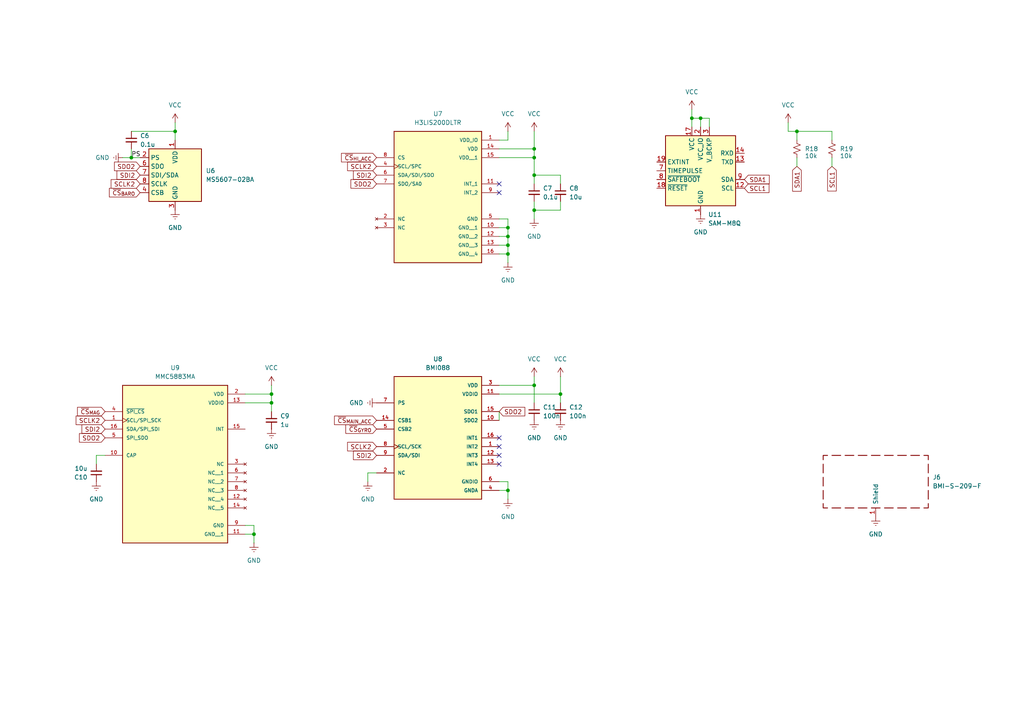
<source format=kicad_sch>
(kicad_sch
	(version 20231120)
	(generator "eeschema")
	(generator_version "8.0")
	(uuid "36b23049-aa13-42fc-89e7-ea5a00a712ee")
	(paper "A4")
	(title_block
		(title "Guesser")
		(date "2024-05-22")
		(rev "V0.0.8")
		(company "Mines Rocket Club")
		(comment 1 "Andrew Wu")
	)
	(lib_symbols
		(symbol "Custom_Flight_Computer_Symbols:BMI088"
			(pin_names
				(offset 1.016)
			)
			(exclude_from_sim no)
			(in_bom yes)
			(on_board yes)
			(property "Reference" "U"
				(at -12.7 18.415 0)
				(effects
					(font
						(size 1.27 1.27)
					)
					(justify left bottom)
				)
			)
			(property "Value" "BMI088"
				(at -12.7 -20.32 0)
				(effects
					(font
						(size 1.27 1.27)
					)
					(justify left bottom)
				)
			)
			(property "Footprint" "locals_but_working_PLEASE:BMI088"
				(at 0 0 0)
				(effects
					(font
						(size 1.27 1.27)
					)
					(justify bottom)
					(hide yes)
				)
			)
			(property "Datasheet" "https://www.bosch-sensortec.com/media/boschsensortec/downloads/datasheets/bst-bmi088-ds001.pdf"
				(at 0 0 0)
				(effects
					(font
						(size 1.27 1.27)
					)
					(hide yes)
				)
			)
			(property "Description" "Accelerometer, Gyroscope, 6 Axis Sensor I²C, SPI Output"
				(at 0 0 0)
				(effects
					(font
						(size 1.27 1.27)
					)
					(justify bottom)
					(hide yes)
				)
			)
			(property "MF" "Bosch Sensortec"
				(at 0 0 0)
				(effects
					(font
						(size 1.27 1.27)
					)
					(justify bottom)
					(hide yes)
				)
			)
			(property "PURCHASE-URL" "https://pricing.snapeda.com/search/part/BMI088/?ref=eda"
				(at 0 0 0)
				(effects
					(font
						(size 1.27 1.27)
					)
					(justify bottom)
					(hide yes)
				)
			)
			(property "PACKAGE" "VFLGA-16 Bosch Sensortec"
				(at 0 0 0)
				(effects
					(font
						(size 1.27 1.27)
					)
					(justify bottom)
					(hide yes)
				)
			)
			(property "PRICE" "None"
				(at 0 0 0)
				(effects
					(font
						(size 1.27 1.27)
					)
					(justify bottom)
					(hide yes)
				)
			)
			(property "MP" "BMI088"
				(at 0 0 0)
				(effects
					(font
						(size 1.27 1.27)
					)
					(justify bottom)
					(hide yes)
				)
			)
			(property "AVAILABILITY" "In Stock"
				(at 0 0 0)
				(effects
					(font
						(size 1.27 1.27)
					)
					(justify bottom)
					(hide yes)
				)
			)
			(property "DKPN" "828-1082-1-ND"
				(at 0 0 0)
				(effects
					(font
						(size 1.27 1.27)
					)
					(hide yes)
				)
			)
			(symbol "BMI088_0_0"
				(rectangle
					(start -12.7 17.78)
					(end 12.7 -17.78)
					(stroke
						(width 0.254)
						(type default)
					)
					(fill
						(type background)
					)
				)
				(pin bidirectional line
					(at 17.78 -2.54 180)
					(length 5.08)
					(name "INT2"
						(effects
							(font
								(size 1.016 1.016)
							)
						)
					)
					(number "1"
						(effects
							(font
								(size 1.016 1.016)
							)
						)
					)
				)
				(pin output line
					(at 17.78 5.08 180)
					(length 5.08)
					(name "SDO2"
						(effects
							(font
								(size 1.016 1.016)
							)
						)
					)
					(number "10"
						(effects
							(font
								(size 1.016 1.016)
							)
						)
					)
				)
				(pin power_in line
					(at 17.78 12.7 180)
					(length 5.08)
					(name "VDDIO"
						(effects
							(font
								(size 1.016 1.016)
							)
						)
					)
					(number "11"
						(effects
							(font
								(size 1.016 1.016)
							)
						)
					)
				)
				(pin bidirectional line
					(at 17.78 -5.08 180)
					(length 5.08)
					(name "INT3"
						(effects
							(font
								(size 1.016 1.016)
							)
						)
					)
					(number "12"
						(effects
							(font
								(size 1.016 1.016)
							)
						)
					)
				)
				(pin bidirectional line
					(at 17.78 -7.62 180)
					(length 5.08)
					(name "INT4"
						(effects
							(font
								(size 1.016 1.016)
							)
						)
					)
					(number "13"
						(effects
							(font
								(size 1.016 1.016)
							)
						)
					)
				)
				(pin input line
					(at -17.78 5.08 0)
					(length 5.08)
					(name "CSB1"
						(effects
							(font
								(size 1.016 1.016)
							)
						)
					)
					(number "14"
						(effects
							(font
								(size 1.016 1.016)
							)
						)
					)
				)
				(pin output line
					(at 17.78 7.62 180)
					(length 5.08)
					(name "SDO1"
						(effects
							(font
								(size 1.016 1.016)
							)
						)
					)
					(number "15"
						(effects
							(font
								(size 1.016 1.016)
							)
						)
					)
				)
				(pin bidirectional line
					(at 17.78 0 180)
					(length 5.08)
					(name "INT1"
						(effects
							(font
								(size 1.016 1.016)
							)
						)
					)
					(number "16"
						(effects
							(font
								(size 1.016 1.016)
							)
						)
					)
				)
				(pin passive line
					(at -17.78 -10.16 0)
					(length 5.08)
					(name "NC"
						(effects
							(font
								(size 1.016 1.016)
							)
						)
					)
					(number "2"
						(effects
							(font
								(size 1.016 1.016)
							)
						)
					)
				)
				(pin power_in line
					(at 17.78 15.24 180)
					(length 5.08)
					(name "VDD"
						(effects
							(font
								(size 1.016 1.016)
							)
						)
					)
					(number "3"
						(effects
							(font
								(size 1.016 1.016)
							)
						)
					)
				)
				(pin power_in line
					(at 17.78 -15.24 180)
					(length 5.08)
					(name "GNDA"
						(effects
							(font
								(size 1.016 1.016)
							)
						)
					)
					(number "4"
						(effects
							(font
								(size 1.016 1.016)
							)
						)
					)
				)
				(pin input line
					(at -17.78 2.54 0)
					(length 5.08)
					(name "CSB2"
						(effects
							(font
								(size 1.016 1.016)
							)
						)
					)
					(number "5"
						(effects
							(font
								(size 1.016 1.016)
							)
						)
					)
				)
				(pin power_in line
					(at 17.78 -12.7 180)
					(length 5.08)
					(name "GNDIO"
						(effects
							(font
								(size 1.016 1.016)
							)
						)
					)
					(number "6"
						(effects
							(font
								(size 1.016 1.016)
							)
						)
					)
				)
				(pin input line
					(at -17.78 10.16 0)
					(length 5.08)
					(name "PS"
						(effects
							(font
								(size 1.016 1.016)
							)
						)
					)
					(number "7"
						(effects
							(font
								(size 1.016 1.016)
							)
						)
					)
				)
				(pin input clock
					(at -17.78 -2.54 0)
					(length 5.08)
					(name "SCL/SCK"
						(effects
							(font
								(size 1.016 1.016)
							)
						)
					)
					(number "8"
						(effects
							(font
								(size 1.016 1.016)
							)
						)
					)
				)
				(pin bidirectional line
					(at -17.78 -5.08 0)
					(length 5.08)
					(name "SDA/SDI"
						(effects
							(font
								(size 1.016 1.016)
							)
						)
					)
					(number "9"
						(effects
							(font
								(size 1.016 1.016)
							)
						)
					)
				)
			)
		)
		(symbol "Custom_Flight_Computer_Symbols:H3LIS200DLTR"
			(pin_names
				(offset 1.016)
			)
			(exclude_from_sim no)
			(in_bom yes)
			(on_board yes)
			(property "Reference" "U"
				(at -12.7093 12.7093 0)
				(effects
					(font
						(size 1.27 1.27)
					)
					(justify left bottom)
				)
			)
			(property "Value" "H3LIS200DLTR"
				(at -12.7045 -27.9454 0)
				(effects
					(font
						(size 1.27 1.27)
					)
					(justify left bottom)
				)
			)
			(property "Footprint" "locals_but_working_PLEASE:H3LIS200DLTR"
				(at 0 0 0)
				(effects
					(font
						(size 1.27 1.27)
					)
					(justify bottom)
					(hide yes)
				)
			)
			(property "Datasheet" "https://www.st.com/content/ccc/resource/technical/document/datasheet/6c/e1/2a/9d/29/58/4e/25/DM00162194.pdf/files/DM00162194.pdf/jcr:content/translations/en.DM00162194.pdf"
				(at 0 0 0)
				(effects
					(font
						(size 1.27 1.27)
					)
					(hide yes)
				)
			)
			(property "Description" "Accelerometer X, Y, Z Axis ±100g, ±200g 25Hz ~ 500Hz 16-TFLGA (3x3)"
				(at 0 0 0)
				(effects
					(font
						(size 1.27 1.27)
					)
					(hide yes)
				)
			)
			(property "PARTREV" "2"
				(at 0 0 0)
				(effects
					(font
						(size 1.27 1.27)
					)
					(justify bottom)
					(hide yes)
				)
			)
			(property "MANUFACTURER" "ST MICROELECTRONICS"
				(at 0 0 0)
				(effects
					(font
						(size 1.27 1.27)
					)
					(justify bottom)
					(hide yes)
				)
			)
			(property "STANDARD" "IPC 7351B"
				(at 0 0 0)
				(effects
					(font
						(size 1.27 1.27)
					)
					(justify bottom)
					(hide yes)
				)
			)
			(property "PACKAGE" "LGA-16"
				(at 0 0 0)
				(effects
					(font
						(size 1.27 1.27)
					)
					(justify bottom)
					(hide yes)
				)
			)
			(property "DKPN" "497-15698-1-ND"
				(at 0 0 0)
				(effects
					(font
						(size 1.27 1.27)
					)
					(hide yes)
				)
			)
			(symbol "H3LIS200DLTR_0_0"
				(rectangle
					(start -12.7 12.7)
					(end 12.7 -25.4)
					(stroke
						(width 0.254)
						(type default)
					)
					(fill
						(type background)
					)
				)
				(pin power_in line
					(at 17.78 10.16 180)
					(length 5.08)
					(name "VDD_IO"
						(effects
							(font
								(size 1.016 1.016)
							)
						)
					)
					(number "1"
						(effects
							(font
								(size 1.016 1.016)
							)
						)
					)
				)
				(pin power_in line
					(at 17.78 -15.24 180)
					(length 5.08)
					(name "GND__1"
						(effects
							(font
								(size 1.016 1.016)
							)
						)
					)
					(number "10"
						(effects
							(font
								(size 1.016 1.016)
							)
						)
					)
				)
				(pin output line
					(at 17.78 -2.54 180)
					(length 5.08)
					(name "INT_1"
						(effects
							(font
								(size 1.016 1.016)
							)
						)
					)
					(number "11"
						(effects
							(font
								(size 1.016 1.016)
							)
						)
					)
				)
				(pin power_in line
					(at 17.78 -17.78 180)
					(length 5.08)
					(name "GND__2"
						(effects
							(font
								(size 1.016 1.016)
							)
						)
					)
					(number "12"
						(effects
							(font
								(size 1.016 1.016)
							)
						)
					)
				)
				(pin power_in line
					(at 17.78 -20.32 180)
					(length 5.08)
					(name "GND__3"
						(effects
							(font
								(size 1.016 1.016)
							)
						)
					)
					(number "13"
						(effects
							(font
								(size 1.016 1.016)
							)
						)
					)
				)
				(pin power_in line
					(at 17.78 7.62 180)
					(length 5.08)
					(name "VDD"
						(effects
							(font
								(size 1.016 1.016)
							)
						)
					)
					(number "14"
						(effects
							(font
								(size 1.016 1.016)
							)
						)
					)
				)
				(pin power_in line
					(at 17.78 5.08 180)
					(length 5.08)
					(name "VDD__1"
						(effects
							(font
								(size 1.016 1.016)
							)
						)
					)
					(number "15"
						(effects
							(font
								(size 1.016 1.016)
							)
						)
					)
				)
				(pin power_in line
					(at 17.78 -22.86 180)
					(length 5.08)
					(name "GND__4"
						(effects
							(font
								(size 1.016 1.016)
							)
						)
					)
					(number "16"
						(effects
							(font
								(size 1.016 1.016)
							)
						)
					)
				)
				(pin input clock
					(at -17.78 2.54 0)
					(length 5.08)
					(name "SCL/SPC"
						(effects
							(font
								(size 1.016 1.016)
							)
						)
					)
					(number "4"
						(effects
							(font
								(size 1.016 1.016)
							)
						)
					)
				)
				(pin power_in line
					(at 17.78 -12.7 180)
					(length 5.08)
					(name "GND"
						(effects
							(font
								(size 1.016 1.016)
							)
						)
					)
					(number "5"
						(effects
							(font
								(size 1.016 1.016)
							)
						)
					)
				)
				(pin bidirectional line
					(at -17.78 0 0)
					(length 5.08)
					(name "SDA/SDI/SDO"
						(effects
							(font
								(size 1.016 1.016)
							)
						)
					)
					(number "6"
						(effects
							(font
								(size 1.016 1.016)
							)
						)
					)
				)
				(pin output line
					(at -17.78 -2.54 0)
					(length 5.08)
					(name "SDO/SA0"
						(effects
							(font
								(size 1.016 1.016)
							)
						)
					)
					(number "7"
						(effects
							(font
								(size 1.016 1.016)
							)
						)
					)
				)
				(pin input line
					(at -17.78 5.08 0)
					(length 5.08)
					(name "CS"
						(effects
							(font
								(size 1.016 1.016)
							)
						)
					)
					(number "8"
						(effects
							(font
								(size 1.016 1.016)
							)
						)
					)
				)
				(pin output line
					(at 17.78 -5.08 180)
					(length 5.08)
					(name "INT_2"
						(effects
							(font
								(size 1.016 1.016)
							)
						)
					)
					(number "9"
						(effects
							(font
								(size 1.016 1.016)
							)
						)
					)
				)
			)
			(symbol "H3LIS200DLTR_1_1"
				(pin no_connect line
					(at -17.78 -12.7 0)
					(length 5.08)
					(name "NC"
						(effects
							(font
								(size 1.016 1.016)
							)
						)
					)
					(number "2"
						(effects
							(font
								(size 1.016 1.016)
							)
						)
					)
				)
				(pin no_connect line
					(at -17.78 -15.24 0)
					(length 5.08)
					(name "NC"
						(effects
							(font
								(size 1.016 1.016)
							)
						)
					)
					(number "3"
						(effects
							(font
								(size 1.016 1.016)
							)
						)
					)
				)
			)
		)
		(symbol "Custom_Flight_Computer_Symbols:MMC5983MA"
			(pin_names
				(offset 1.016)
			)
			(exclude_from_sim no)
			(in_bom yes)
			(on_board yes)
			(property "Reference" "U"
				(at -15.24 15.24 0)
				(effects
					(font
						(size 1.27 1.27)
					)
					(justify left bottom)
				)
			)
			(property "Value" "MMC5983MA"
				(at -15.24 -33.02 0)
				(effects
					(font
						(size 1.27 1.27)
					)
					(justify left bottom)
				)
			)
			(property "Footprint" "locals_but_working_PLEASE:MMC5983MA"
				(at 0 0 0)
				(effects
					(font
						(size 1.27 1.27)
					)
					(justify bottom)
					(hide yes)
				)
			)
			(property "Datasheet" "https://mm.digikey.com/Volume0/opasdata/d220001/medias/docus/333/MMC5983MA_RevA_4-3-19.pdf"
				(at 0 0 0)
				(effects
					(font
						(size 1.27 1.27)
					)
					(hide yes)
				)
			)
			(property "Description" "Magnetoresistive Sensor X, Y, Z Axis 16-LGA (3x3)"
				(at 0 0 0)
				(effects
					(font
						(size 1.27 1.27)
					)
					(hide yes)
				)
			)
			(property "PARTREV" "A"
				(at 0 0 0)
				(effects
					(font
						(size 1.27 1.27)
					)
					(justify bottom)
					(hide yes)
				)
			)
			(property "STANDARD" "IPC 7351B"
				(at 0 0 0)
				(effects
					(font
						(size 1.27 1.27)
					)
					(justify bottom)
					(hide yes)
				)
			)
			(property "MAXIMUM_PACKAGE_HEIGHT" "1.00 mm"
				(at 0 0 0)
				(effects
					(font
						(size 1.27 1.27)
					)
					(justify bottom)
					(hide yes)
				)
			)
			(property "MANUFACTURER" "Memsic Inc."
				(at 0 0 0)
				(effects
					(font
						(size 1.27 1.27)
					)
					(justify bottom)
					(hide yes)
				)
			)
			(property "DKPN" "1267-MMC5983MACT-ND"
				(at 0 0 0)
				(effects
					(font
						(size 1.27 1.27)
					)
					(hide yes)
				)
			)
			(symbol "MMC5983MA_0_0"
				(rectangle
					(start -15.24 -30.48)
					(end 15.24 15.24)
					(stroke
						(width 0.254)
						(type default)
					)
					(fill
						(type background)
					)
				)
				(pin input clock
					(at -20.32 5.08 0)
					(length 5.08)
					(name "SCL/SPI_SCK"
						(effects
							(font
								(size 1.016 1.016)
							)
						)
					)
					(number "1"
						(effects
							(font
								(size 1.016 1.016)
							)
						)
					)
				)
				(pin passive line
					(at -20.32 -5.08 0)
					(length 5.08)
					(name "CAP"
						(effects
							(font
								(size 1.016 1.016)
							)
						)
					)
					(number "10"
						(effects
							(font
								(size 1.016 1.016)
							)
						)
					)
				)
				(pin power_in line
					(at 20.32 -27.94 180)
					(length 5.08)
					(name "GND__1"
						(effects
							(font
								(size 1.016 1.016)
							)
						)
					)
					(number "11"
						(effects
							(font
								(size 1.016 1.016)
							)
						)
					)
				)
				(pin no_connect line
					(at 20.32 -17.78 180)
					(length 5.08)
					(name "NC__4"
						(effects
							(font
								(size 1.016 1.016)
							)
						)
					)
					(number "12"
						(effects
							(font
								(size 1.016 1.016)
							)
						)
					)
				)
				(pin power_in line
					(at 20.32 10.16 180)
					(length 5.08)
					(name "VDDIO"
						(effects
							(font
								(size 1.016 1.016)
							)
						)
					)
					(number "13"
						(effects
							(font
								(size 1.016 1.016)
							)
						)
					)
				)
				(pin no_connect line
					(at 20.32 -20.32 180)
					(length 5.08)
					(name "NC__5"
						(effects
							(font
								(size 1.016 1.016)
							)
						)
					)
					(number "14"
						(effects
							(font
								(size 1.016 1.016)
							)
						)
					)
				)
				(pin output line
					(at 20.32 2.54 180)
					(length 5.08)
					(name "INT"
						(effects
							(font
								(size 1.016 1.016)
							)
						)
					)
					(number "15"
						(effects
							(font
								(size 1.016 1.016)
							)
						)
					)
				)
				(pin bidirectional line
					(at -20.32 2.54 0)
					(length 5.08)
					(name "SDA/SPI_SDI"
						(effects
							(font
								(size 1.016 1.016)
							)
						)
					)
					(number "16"
						(effects
							(font
								(size 1.016 1.016)
							)
						)
					)
				)
				(pin power_in line
					(at 20.32 12.7 180)
					(length 5.08)
					(name "VDD"
						(effects
							(font
								(size 1.016 1.016)
							)
						)
					)
					(number "2"
						(effects
							(font
								(size 1.016 1.016)
							)
						)
					)
				)
				(pin no_connect line
					(at 20.32 -7.62 180)
					(length 5.08)
					(name "NC"
						(effects
							(font
								(size 1.016 1.016)
							)
						)
					)
					(number "3"
						(effects
							(font
								(size 1.016 1.016)
							)
						)
					)
				)
				(pin input line
					(at -20.32 7.62 0)
					(length 5.08)
					(name "~{SPI_CS}"
						(effects
							(font
								(size 1.016 1.016)
							)
						)
					)
					(number "4"
						(effects
							(font
								(size 1.016 1.016)
							)
						)
					)
				)
				(pin output line
					(at -20.32 0 0)
					(length 5.08)
					(name "SPI_SDO"
						(effects
							(font
								(size 1.016 1.016)
							)
						)
					)
					(number "5"
						(effects
							(font
								(size 1.016 1.016)
							)
						)
					)
				)
				(pin no_connect line
					(at 20.32 -10.16 180)
					(length 5.08)
					(name "NC__1"
						(effects
							(font
								(size 1.016 1.016)
							)
						)
					)
					(number "6"
						(effects
							(font
								(size 1.016 1.016)
							)
						)
					)
				)
				(pin no_connect line
					(at 20.32 -12.7 180)
					(length 5.08)
					(name "NC__2"
						(effects
							(font
								(size 1.016 1.016)
							)
						)
					)
					(number "7"
						(effects
							(font
								(size 1.016 1.016)
							)
						)
					)
				)
				(pin no_connect line
					(at 20.32 -15.24 180)
					(length 5.08)
					(name "NC__3"
						(effects
							(font
								(size 1.016 1.016)
							)
						)
					)
					(number "8"
						(effects
							(font
								(size 1.016 1.016)
							)
						)
					)
				)
				(pin power_in line
					(at 20.32 -25.4 180)
					(length 5.08)
					(name "GND"
						(effects
							(font
								(size 1.016 1.016)
							)
						)
					)
					(number "9"
						(effects
							(font
								(size 1.016 1.016)
							)
						)
					)
				)
			)
		)
		(symbol "Device:C_Small"
			(pin_numbers hide)
			(pin_names
				(offset 0.254) hide)
			(exclude_from_sim no)
			(in_bom yes)
			(on_board yes)
			(property "Reference" "C"
				(at 0.254 1.778 0)
				(effects
					(font
						(size 1.27 1.27)
					)
					(justify left)
				)
			)
			(property "Value" "C_Small"
				(at 0.254 -2.032 0)
				(effects
					(font
						(size 1.27 1.27)
					)
					(justify left)
				)
			)
			(property "Footprint" ""
				(at 0 0 0)
				(effects
					(font
						(size 1.27 1.27)
					)
					(hide yes)
				)
			)
			(property "Datasheet" "~"
				(at 0 0 0)
				(effects
					(font
						(size 1.27 1.27)
					)
					(hide yes)
				)
			)
			(property "Description" "Unpolarized capacitor, small symbol"
				(at 0 0 0)
				(effects
					(font
						(size 1.27 1.27)
					)
					(hide yes)
				)
			)
			(property "ki_keywords" "capacitor cap"
				(at 0 0 0)
				(effects
					(font
						(size 1.27 1.27)
					)
					(hide yes)
				)
			)
			(property "ki_fp_filters" "C_*"
				(at 0 0 0)
				(effects
					(font
						(size 1.27 1.27)
					)
					(hide yes)
				)
			)
			(symbol "C_Small_0_1"
				(polyline
					(pts
						(xy -1.524 -0.508) (xy 1.524 -0.508)
					)
					(stroke
						(width 0.3302)
						(type default)
					)
					(fill
						(type none)
					)
				)
				(polyline
					(pts
						(xy -1.524 0.508) (xy 1.524 0.508)
					)
					(stroke
						(width 0.3048)
						(type default)
					)
					(fill
						(type none)
					)
				)
			)
			(symbol "C_Small_1_1"
				(pin passive line
					(at 0 2.54 270)
					(length 2.032)
					(name "~"
						(effects
							(font
								(size 1.27 1.27)
							)
						)
					)
					(number "1"
						(effects
							(font
								(size 1.27 1.27)
							)
						)
					)
				)
				(pin passive line
					(at 0 -2.54 90)
					(length 2.032)
					(name "~"
						(effects
							(font
								(size 1.27 1.27)
							)
						)
					)
					(number "2"
						(effects
							(font
								(size 1.27 1.27)
							)
						)
					)
				)
			)
		)
		(symbol "Device:RFShield_OnePiece"
			(pin_names
				(offset 1.016)
			)
			(exclude_from_sim no)
			(in_bom yes)
			(on_board yes)
			(property "Reference" "J"
				(at 0 5.08 0)
				(effects
					(font
						(size 1.27 1.27)
					)
				)
			)
			(property "Value" "RFShield_OnePiece"
				(at 0 2.54 0)
				(effects
					(font
						(size 1.27 1.27)
					)
				)
			)
			(property "Footprint" ""
				(at 0 -2.54 0)
				(effects
					(font
						(size 1.27 1.27)
					)
					(hide yes)
				)
			)
			(property "Datasheet" "~"
				(at 0 -2.54 0)
				(effects
					(font
						(size 1.27 1.27)
					)
					(hide yes)
				)
			)
			(property "Description" "One-piece EMI RF shielding cabinet"
				(at 0 0 0)
				(effects
					(font
						(size 1.27 1.27)
					)
					(hide yes)
				)
			)
			(property "ki_keywords" "RF EMI shielding cabinet"
				(at 0 0 0)
				(effects
					(font
						(size 1.27 1.27)
					)
					(hide yes)
				)
			)
			(symbol "RFShield_OnePiece_0_1"
				(polyline
					(pts
						(xy -15.24 -5.08) (xy -15.24 -2.54)
					)
					(stroke
						(width 0.254)
						(type default)
					)
					(fill
						(type none)
					)
				)
				(polyline
					(pts
						(xy -15.24 -1.27) (xy -15.24 1.27)
					)
					(stroke
						(width 0.254)
						(type default)
					)
					(fill
						(type none)
					)
				)
				(polyline
					(pts
						(xy -15.24 2.54) (xy -15.24 5.08)
					)
					(stroke
						(width 0.254)
						(type default)
					)
					(fill
						(type none)
					)
				)
				(polyline
					(pts
						(xy -12.7 7.62) (xy -10.16 7.62)
					)
					(stroke
						(width 0.254)
						(type default)
					)
					(fill
						(type none)
					)
				)
				(polyline
					(pts
						(xy -10.16 -7.62) (xy -12.7 -7.62)
					)
					(stroke
						(width 0.254)
						(type default)
					)
					(fill
						(type none)
					)
				)
				(polyline
					(pts
						(xy -6.35 -7.62) (xy -8.89 -7.62)
					)
					(stroke
						(width 0.254)
						(type default)
					)
					(fill
						(type none)
					)
				)
				(polyline
					(pts
						(xy -6.35 7.62) (xy -8.89 7.62)
					)
					(stroke
						(width 0.254)
						(type default)
					)
					(fill
						(type none)
					)
				)
				(polyline
					(pts
						(xy -2.54 -7.62) (xy -5.08 -7.62)
					)
					(stroke
						(width 0.254)
						(type default)
					)
					(fill
						(type none)
					)
				)
				(polyline
					(pts
						(xy -2.54 7.62) (xy -5.08 7.62)
					)
					(stroke
						(width 0.254)
						(type default)
					)
					(fill
						(type none)
					)
				)
				(polyline
					(pts
						(xy -1.27 -7.62) (xy 1.27 -7.62)
					)
					(stroke
						(width 0.254)
						(type default)
					)
					(fill
						(type none)
					)
				)
				(polyline
					(pts
						(xy 1.27 7.62) (xy -1.27 7.62)
					)
					(stroke
						(width 0.254)
						(type default)
					)
					(fill
						(type none)
					)
				)
				(polyline
					(pts
						(xy 2.54 -7.62) (xy 5.08 -7.62)
					)
					(stroke
						(width 0.254)
						(type default)
					)
					(fill
						(type none)
					)
				)
				(polyline
					(pts
						(xy 5.08 7.62) (xy 2.54 7.62)
					)
					(stroke
						(width 0.254)
						(type default)
					)
					(fill
						(type none)
					)
				)
				(polyline
					(pts
						(xy 6.35 -7.62) (xy 8.89 -7.62)
					)
					(stroke
						(width 0.254)
						(type default)
					)
					(fill
						(type none)
					)
				)
				(polyline
					(pts
						(xy 8.89 7.62) (xy 6.35 7.62)
					)
					(stroke
						(width 0.254)
						(type default)
					)
					(fill
						(type none)
					)
				)
				(polyline
					(pts
						(xy 10.16 -7.62) (xy 12.7 -7.62)
					)
					(stroke
						(width 0.254)
						(type default)
					)
					(fill
						(type none)
					)
				)
				(polyline
					(pts
						(xy 12.7 7.62) (xy 10.16 7.62)
					)
					(stroke
						(width 0.254)
						(type default)
					)
					(fill
						(type none)
					)
				)
				(polyline
					(pts
						(xy 15.24 -5.08) (xy 15.24 -2.54)
					)
					(stroke
						(width 0.254)
						(type default)
					)
					(fill
						(type none)
					)
				)
				(polyline
					(pts
						(xy 15.24 -1.27) (xy 15.24 1.27)
					)
					(stroke
						(width 0.254)
						(type default)
					)
					(fill
						(type none)
					)
				)
				(polyline
					(pts
						(xy 15.24 2.54) (xy 15.24 5.08)
					)
					(stroke
						(width 0.254)
						(type default)
					)
					(fill
						(type none)
					)
				)
				(polyline
					(pts
						(xy -15.24 6.35) (xy -15.24 7.62) (xy -13.97 7.62)
					)
					(stroke
						(width 0.254)
						(type default)
					)
					(fill
						(type none)
					)
				)
				(polyline
					(pts
						(xy -13.97 -7.62) (xy -15.24 -7.62) (xy -15.24 -6.35)
					)
					(stroke
						(width 0.254)
						(type default)
					)
					(fill
						(type none)
					)
				)
				(polyline
					(pts
						(xy 13.97 -7.62) (xy 15.24 -7.62) (xy 15.24 -6.35)
					)
					(stroke
						(width 0.254)
						(type default)
					)
					(fill
						(type none)
					)
				)
				(polyline
					(pts
						(xy 15.24 6.35) (xy 15.24 7.62) (xy 13.97 7.62)
					)
					(stroke
						(width 0.254)
						(type default)
					)
					(fill
						(type none)
					)
				)
			)
			(symbol "RFShield_OnePiece_1_1"
				(pin passive line
					(at 0 -10.16 90)
					(length 2.54)
					(name "Shield"
						(effects
							(font
								(size 1.27 1.27)
							)
						)
					)
					(number "1"
						(effects
							(font
								(size 1.27 1.27)
							)
						)
					)
				)
			)
		)
		(symbol "Device:R_Small_US"
			(pin_numbers hide)
			(pin_names
				(offset 0.254) hide)
			(exclude_from_sim no)
			(in_bom yes)
			(on_board yes)
			(property "Reference" "R"
				(at 0.762 0.508 0)
				(effects
					(font
						(size 1.27 1.27)
					)
					(justify left)
				)
			)
			(property "Value" "R_Small_US"
				(at 0.762 -1.016 0)
				(effects
					(font
						(size 1.27 1.27)
					)
					(justify left)
				)
			)
			(property "Footprint" ""
				(at 0 0 0)
				(effects
					(font
						(size 1.27 1.27)
					)
					(hide yes)
				)
			)
			(property "Datasheet" "~"
				(at 0 0 0)
				(effects
					(font
						(size 1.27 1.27)
					)
					(hide yes)
				)
			)
			(property "Description" "Resistor, small US symbol"
				(at 0 0 0)
				(effects
					(font
						(size 1.27 1.27)
					)
					(hide yes)
				)
			)
			(property "ki_keywords" "r resistor"
				(at 0 0 0)
				(effects
					(font
						(size 1.27 1.27)
					)
					(hide yes)
				)
			)
			(property "ki_fp_filters" "R_*"
				(at 0 0 0)
				(effects
					(font
						(size 1.27 1.27)
					)
					(hide yes)
				)
			)
			(symbol "R_Small_US_1_1"
				(polyline
					(pts
						(xy 0 0) (xy 1.016 -0.381) (xy 0 -0.762) (xy -1.016 -1.143) (xy 0 -1.524)
					)
					(stroke
						(width 0)
						(type default)
					)
					(fill
						(type none)
					)
				)
				(polyline
					(pts
						(xy 0 1.524) (xy 1.016 1.143) (xy 0 0.762) (xy -1.016 0.381) (xy 0 0)
					)
					(stroke
						(width 0)
						(type default)
					)
					(fill
						(type none)
					)
				)
				(pin passive line
					(at 0 2.54 270)
					(length 1.016)
					(name "~"
						(effects
							(font
								(size 1.27 1.27)
							)
						)
					)
					(number "1"
						(effects
							(font
								(size 1.27 1.27)
							)
						)
					)
				)
				(pin passive line
					(at 0 -2.54 90)
					(length 1.016)
					(name "~"
						(effects
							(font
								(size 1.27 1.27)
							)
						)
					)
					(number "2"
						(effects
							(font
								(size 1.27 1.27)
							)
						)
					)
				)
			)
		)
		(symbol "RF_GPS:SAM-M8Q"
			(exclude_from_sim no)
			(in_bom yes)
			(on_board yes)
			(property "Reference" "U"
				(at -8.89 11.43 0)
				(effects
					(font
						(size 1.27 1.27)
					)
				)
			)
			(property "Value" "SAM-M8Q"
				(at 8.89 11.43 0)
				(effects
					(font
						(size 1.27 1.27)
					)
				)
			)
			(property "Footprint" "RF_GPS:ublox_SAM-M8Q"
				(at 12.7 -11.43 0)
				(effects
					(font
						(size 1.27 1.27)
					)
					(hide yes)
				)
			)
			(property "Datasheet" "https://www.u-blox.com/sites/default/files/SAM-M8Q_DataSheet_%28UBX-16012619%29.pdf"
				(at 0 0 0)
				(effects
					(font
						(size 1.27 1.27)
					)
					(hide yes)
				)
			)
			(property "Description" "GPS ublox M8 variant"
				(at 0 0 0)
				(effects
					(font
						(size 1.27 1.27)
					)
					(hide yes)
				)
			)
			(property "ki_keywords" "gps module with antenna"
				(at 0 0 0)
				(effects
					(font
						(size 1.27 1.27)
					)
					(hide yes)
				)
			)
			(property "ki_fp_filters" "ublox*SAM?M8Q*"
				(at 0 0 0)
				(effects
					(font
						(size 1.27 1.27)
					)
					(hide yes)
				)
			)
			(symbol "SAM-M8Q_0_1"
				(rectangle
					(start -10.16 10.16)
					(end 10.16 -10.16)
					(stroke
						(width 0.254)
						(type default)
					)
					(fill
						(type background)
					)
				)
			)
			(symbol "SAM-M8Q_1_1"
				(pin power_in line
					(at 0 -12.7 90)
					(length 2.54)
					(name "GND"
						(effects
							(font
								(size 1.27 1.27)
							)
						)
					)
					(number "1"
						(effects
							(font
								(size 1.27 1.27)
							)
						)
					)
				)
				(pin passive line
					(at 0 -12.7 90)
					(length 2.54) hide
					(name "GND"
						(effects
							(font
								(size 1.27 1.27)
							)
						)
					)
					(number "10"
						(effects
							(font
								(size 1.27 1.27)
							)
						)
					)
				)
				(pin passive line
					(at 0 -12.7 90)
					(length 2.54) hide
					(name "GND"
						(effects
							(font
								(size 1.27 1.27)
							)
						)
					)
					(number "11"
						(effects
							(font
								(size 1.27 1.27)
							)
						)
					)
				)
				(pin input line
					(at 12.7 -5.08 180)
					(length 2.54)
					(name "SCL"
						(effects
							(font
								(size 1.27 1.27)
							)
						)
					)
					(number "12"
						(effects
							(font
								(size 1.27 1.27)
							)
						)
					)
				)
				(pin output line
					(at 12.7 2.54 180)
					(length 2.54)
					(name "TXD"
						(effects
							(font
								(size 1.27 1.27)
							)
						)
					)
					(number "13"
						(effects
							(font
								(size 1.27 1.27)
							)
						)
					)
				)
				(pin input line
					(at 12.7 5.08 180)
					(length 2.54)
					(name "RXD"
						(effects
							(font
								(size 1.27 1.27)
							)
						)
					)
					(number "14"
						(effects
							(font
								(size 1.27 1.27)
							)
						)
					)
				)
				(pin passive line
					(at 0 -12.7 90)
					(length 2.54) hide
					(name "GND"
						(effects
							(font
								(size 1.27 1.27)
							)
						)
					)
					(number "15"
						(effects
							(font
								(size 1.27 1.27)
							)
						)
					)
				)
				(pin passive line
					(at 0 -12.7 90)
					(length 2.54) hide
					(name "GND"
						(effects
							(font
								(size 1.27 1.27)
							)
						)
					)
					(number "16"
						(effects
							(font
								(size 1.27 1.27)
							)
						)
					)
				)
				(pin power_in line
					(at -2.54 12.7 270)
					(length 2.54)
					(name "VCC"
						(effects
							(font
								(size 1.27 1.27)
							)
						)
					)
					(number "17"
						(effects
							(font
								(size 1.27 1.27)
							)
						)
					)
				)
				(pin input line
					(at -12.7 -5.08 0)
					(length 2.54)
					(name "~{RESET}"
						(effects
							(font
								(size 1.27 1.27)
							)
						)
					)
					(number "18"
						(effects
							(font
								(size 1.27 1.27)
							)
						)
					)
				)
				(pin input line
					(at -12.7 2.54 0)
					(length 2.54)
					(name "EXTINT"
						(effects
							(font
								(size 1.27 1.27)
							)
						)
					)
					(number "19"
						(effects
							(font
								(size 1.27 1.27)
							)
						)
					)
				)
				(pin power_in line
					(at 0 12.7 270)
					(length 2.54)
					(name "VCC_IO"
						(effects
							(font
								(size 1.27 1.27)
							)
						)
					)
					(number "2"
						(effects
							(font
								(size 1.27 1.27)
							)
						)
					)
				)
				(pin passive line
					(at 0 -12.7 90)
					(length 2.54) hide
					(name "GND"
						(effects
							(font
								(size 1.27 1.27)
							)
						)
					)
					(number "20"
						(effects
							(font
								(size 1.27 1.27)
							)
						)
					)
				)
				(pin power_in line
					(at 2.54 12.7 270)
					(length 2.54)
					(name "V_BCKP"
						(effects
							(font
								(size 1.27 1.27)
							)
						)
					)
					(number "3"
						(effects
							(font
								(size 1.27 1.27)
							)
						)
					)
				)
				(pin passive line
					(at 0 -12.7 90)
					(length 2.54) hide
					(name "GND"
						(effects
							(font
								(size 1.27 1.27)
							)
						)
					)
					(number "4"
						(effects
							(font
								(size 1.27 1.27)
							)
						)
					)
				)
				(pin passive line
					(at 0 -12.7 90)
					(length 2.54) hide
					(name "GND"
						(effects
							(font
								(size 1.27 1.27)
							)
						)
					)
					(number "5"
						(effects
							(font
								(size 1.27 1.27)
							)
						)
					)
				)
				(pin passive line
					(at 0 -12.7 90)
					(length 2.54) hide
					(name "GND"
						(effects
							(font
								(size 1.27 1.27)
							)
						)
					)
					(number "6"
						(effects
							(font
								(size 1.27 1.27)
							)
						)
					)
				)
				(pin output line
					(at -12.7 0 0)
					(length 2.54)
					(name "TIMEPULSE"
						(effects
							(font
								(size 1.27 1.27)
							)
						)
					)
					(number "7"
						(effects
							(font
								(size 1.27 1.27)
							)
						)
					)
				)
				(pin input line
					(at -12.7 -2.54 0)
					(length 2.54)
					(name "~{SAFEBOOT}"
						(effects
							(font
								(size 1.27 1.27)
							)
						)
					)
					(number "8"
						(effects
							(font
								(size 1.27 1.27)
							)
						)
					)
				)
				(pin bidirectional line
					(at 12.7 -2.54 180)
					(length 2.54)
					(name "SDA"
						(effects
							(font
								(size 1.27 1.27)
							)
						)
					)
					(number "9"
						(effects
							(font
								(size 1.27 1.27)
							)
						)
					)
				)
			)
		)
		(symbol "Sensor_Pressure:MS5607-02BA"
			(exclude_from_sim no)
			(in_bom yes)
			(on_board yes)
			(property "Reference" "U"
				(at -6.35 8.89 0)
				(effects
					(font
						(size 1.27 1.27)
					)
				)
			)
			(property "Value" "MS5607-02BA"
				(at 7.62 8.89 0)
				(effects
					(font
						(size 1.27 1.27)
					)
				)
			)
			(property "Footprint" "Package_LGA:LGA-8_3x5mm_P1.25mm"
				(at 0 0 0)
				(effects
					(font
						(size 1.27 1.27)
					)
					(hide yes)
				)
			)
			(property "Datasheet" "https://www.te.com/commerce/DocumentDelivery/DDEController?Action=showdoc&DocId=Data+Sheet%7FMS5607-02BA03%7FB2%7Fpdf%7FEnglish%7FENG_DS_MS5607-02BA03_B2.pdf%7FCAT-BLPS0035"
				(at 0 0 0)
				(effects
					(font
						(size 1.27 1.27)
					)
					(hide yes)
				)
			)
			(property "Description" "Barometric pressure sensor, 20cm resolution, 10 to 1200 mbar, I2C and SPI interface up to 20MHz, LGA-8"
				(at 0 0 0)
				(effects
					(font
						(size 1.27 1.27)
					)
					(hide yes)
				)
			)
			(property "ki_keywords" "pressure SPI I2C"
				(at 0 0 0)
				(effects
					(font
						(size 1.27 1.27)
					)
					(hide yes)
				)
			)
			(property "ki_fp_filters" "LGA*3x5mm*P1.25mm*"
				(at 0 0 0)
				(effects
					(font
						(size 1.27 1.27)
					)
					(hide yes)
				)
			)
			(symbol "MS5607-02BA_0_1"
				(rectangle
					(start -7.62 7.62)
					(end 7.62 -7.62)
					(stroke
						(width 0.254)
						(type default)
					)
					(fill
						(type background)
					)
				)
			)
			(symbol "MS5607-02BA_1_1"
				(pin power_in line
					(at 0 10.16 270)
					(length 2.54)
					(name "VDD"
						(effects
							(font
								(size 1.27 1.27)
							)
						)
					)
					(number "1"
						(effects
							(font
								(size 1.27 1.27)
							)
						)
					)
				)
				(pin input line
					(at -10.16 5.08 0)
					(length 2.54)
					(name "PS"
						(effects
							(font
								(size 1.27 1.27)
							)
						)
					)
					(number "2"
						(effects
							(font
								(size 1.27 1.27)
							)
						)
					)
				)
				(pin power_in line
					(at 0 -10.16 90)
					(length 2.54)
					(name "GND"
						(effects
							(font
								(size 1.27 1.27)
							)
						)
					)
					(number "3"
						(effects
							(font
								(size 1.27 1.27)
							)
						)
					)
				)
				(pin input line
					(at -10.16 -5.08 0)
					(length 2.54)
					(name "CSB"
						(effects
							(font
								(size 1.27 1.27)
							)
						)
					)
					(number "4"
						(effects
							(font
								(size 1.27 1.27)
							)
						)
					)
				)
				(pin input line
					(at -10.16 -5.08 0)
					(length 2.54) hide
					(name "CSB"
						(effects
							(font
								(size 1.27 1.27)
							)
						)
					)
					(number "5"
						(effects
							(font
								(size 1.27 1.27)
							)
						)
					)
				)
				(pin output line
					(at -10.16 2.54 0)
					(length 2.54)
					(name "SDO"
						(effects
							(font
								(size 1.27 1.27)
							)
						)
					)
					(number "6"
						(effects
							(font
								(size 1.27 1.27)
							)
						)
					)
				)
				(pin bidirectional line
					(at -10.16 0 0)
					(length 2.54)
					(name "SDI/SDA"
						(effects
							(font
								(size 1.27 1.27)
							)
						)
					)
					(number "7"
						(effects
							(font
								(size 1.27 1.27)
							)
						)
					)
				)
				(pin input line
					(at -10.16 -2.54 0)
					(length 2.54)
					(name "SCLK"
						(effects
							(font
								(size 1.27 1.27)
							)
						)
					)
					(number "8"
						(effects
							(font
								(size 1.27 1.27)
							)
						)
					)
				)
			)
		)
		(symbol "power:Earth"
			(power)
			(pin_numbers hide)
			(pin_names
				(offset 0) hide)
			(exclude_from_sim no)
			(in_bom yes)
			(on_board yes)
			(property "Reference" "#PWR"
				(at 0 -6.35 0)
				(effects
					(font
						(size 1.27 1.27)
					)
					(hide yes)
				)
			)
			(property "Value" "Earth"
				(at 0 -3.81 0)
				(effects
					(font
						(size 1.27 1.27)
					)
				)
			)
			(property "Footprint" ""
				(at 0 0 0)
				(effects
					(font
						(size 1.27 1.27)
					)
					(hide yes)
				)
			)
			(property "Datasheet" "~"
				(at 0 0 0)
				(effects
					(font
						(size 1.27 1.27)
					)
					(hide yes)
				)
			)
			(property "Description" "Power symbol creates a global label with name \"Earth\""
				(at 0 0 0)
				(effects
					(font
						(size 1.27 1.27)
					)
					(hide yes)
				)
			)
			(property "ki_keywords" "global ground gnd"
				(at 0 0 0)
				(effects
					(font
						(size 1.27 1.27)
					)
					(hide yes)
				)
			)
			(symbol "Earth_0_1"
				(polyline
					(pts
						(xy -0.635 -1.905) (xy 0.635 -1.905)
					)
					(stroke
						(width 0)
						(type default)
					)
					(fill
						(type none)
					)
				)
				(polyline
					(pts
						(xy -0.127 -2.54) (xy 0.127 -2.54)
					)
					(stroke
						(width 0)
						(type default)
					)
					(fill
						(type none)
					)
				)
				(polyline
					(pts
						(xy 0 -1.27) (xy 0 0)
					)
					(stroke
						(width 0)
						(type default)
					)
					(fill
						(type none)
					)
				)
				(polyline
					(pts
						(xy 1.27 -1.27) (xy -1.27 -1.27)
					)
					(stroke
						(width 0)
						(type default)
					)
					(fill
						(type none)
					)
				)
			)
			(symbol "Earth_1_1"
				(pin power_in line
					(at 0 0 270)
					(length 0)
					(name "~"
						(effects
							(font
								(size 1.27 1.27)
							)
						)
					)
					(number "1"
						(effects
							(font
								(size 1.27 1.27)
							)
						)
					)
				)
			)
		)
		(symbol "power:VCC"
			(power)
			(pin_numbers hide)
			(pin_names
				(offset 0) hide)
			(exclude_from_sim no)
			(in_bom yes)
			(on_board yes)
			(property "Reference" "#PWR"
				(at 0 -3.81 0)
				(effects
					(font
						(size 1.27 1.27)
					)
					(hide yes)
				)
			)
			(property "Value" "VCC"
				(at 0 3.556 0)
				(effects
					(font
						(size 1.27 1.27)
					)
				)
			)
			(property "Footprint" ""
				(at 0 0 0)
				(effects
					(font
						(size 1.27 1.27)
					)
					(hide yes)
				)
			)
			(property "Datasheet" ""
				(at 0 0 0)
				(effects
					(font
						(size 1.27 1.27)
					)
					(hide yes)
				)
			)
			(property "Description" "Power symbol creates a global label with name \"VCC\""
				(at 0 0 0)
				(effects
					(font
						(size 1.27 1.27)
					)
					(hide yes)
				)
			)
			(property "ki_keywords" "global power"
				(at 0 0 0)
				(effects
					(font
						(size 1.27 1.27)
					)
					(hide yes)
				)
			)
			(symbol "VCC_0_1"
				(polyline
					(pts
						(xy -0.762 1.27) (xy 0 2.54)
					)
					(stroke
						(width 0)
						(type default)
					)
					(fill
						(type none)
					)
				)
				(polyline
					(pts
						(xy 0 0) (xy 0 2.54)
					)
					(stroke
						(width 0)
						(type default)
					)
					(fill
						(type none)
					)
				)
				(polyline
					(pts
						(xy 0 2.54) (xy 0.762 1.27)
					)
					(stroke
						(width 0)
						(type default)
					)
					(fill
						(type none)
					)
				)
			)
			(symbol "VCC_1_1"
				(pin power_in line
					(at 0 0 90)
					(length 0)
					(name "~"
						(effects
							(font
								(size 1.27 1.27)
							)
						)
					)
					(number "1"
						(effects
							(font
								(size 1.27 1.27)
							)
						)
					)
				)
			)
		)
	)
	(junction
		(at 38.1 45.72)
		(diameter 0)
		(color 0 0 0 0)
		(uuid "05a730b9-5d65-421f-b8ca-ea7cf0e74a57")
	)
	(junction
		(at 200.66 34.29)
		(diameter 0)
		(color 0 0 0 0)
		(uuid "159a105b-af07-4ded-9681-95165f326b99")
	)
	(junction
		(at 203.2 34.29)
		(diameter 0)
		(color 0 0 0 0)
		(uuid "1c5a89dd-d258-4d60-a0eb-08e2ff351aef")
	)
	(junction
		(at 78.74 114.3)
		(diameter 0)
		(color 0 0 0 0)
		(uuid "2cbcdbf0-21e1-4031-bd66-e9e8e45e021f")
	)
	(junction
		(at 147.32 66.04)
		(diameter 0)
		(color 0 0 0 0)
		(uuid "30bb9601-b47e-4b5f-a228-148f13e00c72")
	)
	(junction
		(at 147.32 68.58)
		(diameter 0)
		(color 0 0 0 0)
		(uuid "48e6a103-7ba8-4d81-96b0-0ab1de69fd4b")
	)
	(junction
		(at 154.94 43.18)
		(diameter 0)
		(color 0 0 0 0)
		(uuid "586267d2-903e-45e5-81b2-af2b15680108")
	)
	(junction
		(at 147.32 142.24)
		(diameter 0)
		(color 0 0 0 0)
		(uuid "70ea0f6e-94fd-4766-ba90-f647c76477cb")
	)
	(junction
		(at 147.32 71.12)
		(diameter 0)
		(color 0 0 0 0)
		(uuid "7c14c413-1510-454a-a18a-d09e11650683")
	)
	(junction
		(at 50.8 38.1)
		(diameter 0)
		(color 0 0 0 0)
		(uuid "87404b10-ccc0-4609-af0a-63c4b22f888e")
	)
	(junction
		(at 147.32 73.66)
		(diameter 0)
		(color 0 0 0 0)
		(uuid "8ff2c475-866b-4415-9b9c-e562f5013a07")
	)
	(junction
		(at 154.94 111.76)
		(diameter 0)
		(color 0 0 0 0)
		(uuid "a01dfabf-46a1-4851-9ff4-45e945bb82ad")
	)
	(junction
		(at 154.94 45.72)
		(diameter 0)
		(color 0 0 0 0)
		(uuid "a3c18d2c-ee29-436f-8dcc-071afe81d567")
	)
	(junction
		(at 162.56 114.3)
		(diameter 0)
		(color 0 0 0 0)
		(uuid "b32dad5f-3da8-4718-bafb-6d43878ded6d")
	)
	(junction
		(at 78.74 116.84)
		(diameter 0)
		(color 0 0 0 0)
		(uuid "b4995be8-3ff0-485d-add9-b774bb28f0d2")
	)
	(junction
		(at 154.94 50.8)
		(diameter 0)
		(color 0 0 0 0)
		(uuid "b86f93bc-c4a6-4aa7-8ad5-309b856385c7")
	)
	(junction
		(at 73.66 154.94)
		(diameter 0)
		(color 0 0 0 0)
		(uuid "e1562934-ad21-431e-ace5-07fd479132dc")
	)
	(junction
		(at 231.14 38.1)
		(diameter 0)
		(color 0 0 0 0)
		(uuid "ec609350-0024-40da-8520-177c3fb0c48a")
	)
	(junction
		(at 154.94 60.96)
		(diameter 0)
		(color 0 0 0 0)
		(uuid "eef99575-f8fa-48da-80b6-6a0163f7f76d")
	)
	(no_connect
		(at 144.78 55.88)
		(uuid "05a2157b-dffb-491d-b0ae-efdd5073af44")
	)
	(no_connect
		(at 144.78 134.62)
		(uuid "1e55357c-6d24-4edf-a790-160e97ebb257")
	)
	(no_connect
		(at 144.78 53.34)
		(uuid "3da01c54-9215-46f8-b0ed-a70926bb0816")
	)
	(no_connect
		(at 144.78 129.54)
		(uuid "4b134e3b-eb8d-4d96-8a9e-2c0d46ce50f8")
	)
	(no_connect
		(at 144.78 132.08)
		(uuid "82aca144-5c93-45c3-9ad5-48911e1f727e")
	)
	(no_connect
		(at 144.78 127)
		(uuid "feff8904-05cd-4923-a624-77f596b843ba")
	)
	(wire
		(pts
			(xy 205.74 34.29) (xy 203.2 34.29)
		)
		(stroke
			(width 0)
			(type default)
		)
		(uuid "0220c0aa-de1d-4441-840b-008fb43a7704")
	)
	(wire
		(pts
			(xy 38.1 38.1) (xy 50.8 38.1)
		)
		(stroke
			(width 0)
			(type default)
		)
		(uuid "0824cc26-b0d3-4568-887e-8beac6c6a509")
	)
	(wire
		(pts
			(xy 154.94 38.1) (xy 154.94 43.18)
		)
		(stroke
			(width 0)
			(type default)
		)
		(uuid "0aa2ad8c-f8d5-4085-8c36-6663e9717b0a")
	)
	(wire
		(pts
			(xy 147.32 142.24) (xy 147.32 139.7)
		)
		(stroke
			(width 0)
			(type default)
		)
		(uuid "0b64456e-9880-4106-bbf6-d9215168d5c9")
	)
	(wire
		(pts
			(xy 78.74 111.76) (xy 78.74 114.3)
		)
		(stroke
			(width 0)
			(type default)
		)
		(uuid "15d02c49-75ea-404a-98e7-1853d3c12db3")
	)
	(wire
		(pts
			(xy 147.32 144.78) (xy 147.32 142.24)
		)
		(stroke
			(width 0)
			(type default)
		)
		(uuid "1669bd8a-82b5-4679-a1e8-9e73895a73bb")
	)
	(wire
		(pts
			(xy 144.78 66.04) (xy 147.32 66.04)
		)
		(stroke
			(width 0)
			(type default)
		)
		(uuid "1877b82b-7cf7-4805-9d2d-703e91d76f21")
	)
	(wire
		(pts
			(xy 228.6 38.1) (xy 231.14 38.1)
		)
		(stroke
			(width 0)
			(type default)
		)
		(uuid "1c042eb6-924c-411f-96b1-c2f8ce032881")
	)
	(wire
		(pts
			(xy 147.32 139.7) (xy 144.78 139.7)
		)
		(stroke
			(width 0)
			(type default)
		)
		(uuid "1d8caae1-8441-4010-97b7-4922b190245b")
	)
	(wire
		(pts
			(xy 144.78 142.24) (xy 147.32 142.24)
		)
		(stroke
			(width 0)
			(type default)
		)
		(uuid "2277c3e2-8a5b-45c0-832b-e52d845bcdd6")
	)
	(wire
		(pts
			(xy 78.74 114.3) (xy 78.74 116.84)
		)
		(stroke
			(width 0)
			(type default)
		)
		(uuid "2651b713-ac35-4c15-900b-c0c94b4c11e6")
	)
	(wire
		(pts
			(xy 154.94 45.72) (xy 154.94 50.8)
		)
		(stroke
			(width 0)
			(type default)
		)
		(uuid "2976b59a-5160-4f48-891f-8d7749c4f680")
	)
	(wire
		(pts
			(xy 205.74 36.83) (xy 205.74 34.29)
		)
		(stroke
			(width 0)
			(type default)
		)
		(uuid "29b4ee13-d898-4b87-bf3f-9f4e4379b216")
	)
	(wire
		(pts
			(xy 154.94 60.96) (xy 154.94 63.5)
		)
		(stroke
			(width 0)
			(type default)
		)
		(uuid "2c500b9f-b22b-4b89-8bba-ff2ec5d16bbe")
	)
	(wire
		(pts
			(xy 154.94 58.42) (xy 154.94 60.96)
		)
		(stroke
			(width 0)
			(type default)
		)
		(uuid "2ca39bcb-9a7d-4d74-909b-ad9df551ef0c")
	)
	(wire
		(pts
			(xy 231.14 38.1) (xy 231.14 40.64)
		)
		(stroke
			(width 0)
			(type default)
		)
		(uuid "35482ff9-1b17-4411-b352-8bac986ad44f")
	)
	(wire
		(pts
			(xy 200.66 34.29) (xy 200.66 36.83)
		)
		(stroke
			(width 0)
			(type default)
		)
		(uuid "3770da14-23d0-4ff0-be10-1cb3aa757eb9")
	)
	(wire
		(pts
			(xy 50.8 35.56) (xy 50.8 38.1)
		)
		(stroke
			(width 0)
			(type default)
		)
		(uuid "3f5e08e3-4246-4414-b811-8a3d23cd4fe6")
	)
	(wire
		(pts
			(xy 147.32 66.04) (xy 147.32 68.58)
		)
		(stroke
			(width 0)
			(type default)
		)
		(uuid "3f7f0c08-2355-4b71-93dd-51716410152d")
	)
	(wire
		(pts
			(xy 241.3 38.1) (xy 241.3 40.64)
		)
		(stroke
			(width 0)
			(type default)
		)
		(uuid "4136e836-41cb-4c84-b8a9-a2f58dbfc1fb")
	)
	(wire
		(pts
			(xy 147.32 68.58) (xy 147.32 71.12)
		)
		(stroke
			(width 0)
			(type default)
		)
		(uuid "49832b8d-10d6-4fbe-8f81-e6d176ca3dd7")
	)
	(wire
		(pts
			(xy 144.78 73.66) (xy 147.32 73.66)
		)
		(stroke
			(width 0)
			(type default)
		)
		(uuid "4b32a458-7d9c-4ffa-830e-ab0e3cd4a2a7")
	)
	(wire
		(pts
			(xy 162.56 109.22) (xy 162.56 114.3)
		)
		(stroke
			(width 0)
			(type default)
		)
		(uuid "4bdc3afd-e73b-4177-831a-30a91b57a5f0")
	)
	(wire
		(pts
			(xy 144.78 45.72) (xy 154.94 45.72)
		)
		(stroke
			(width 0)
			(type default)
		)
		(uuid "4ca44170-93cf-4e7e-be0c-ae6b71aa26eb")
	)
	(wire
		(pts
			(xy 27.94 132.08) (xy 30.48 132.08)
		)
		(stroke
			(width 0)
			(type default)
		)
		(uuid "4de4476d-49c8-44b3-981c-e2afcd66d61f")
	)
	(wire
		(pts
			(xy 73.66 152.4) (xy 71.12 152.4)
		)
		(stroke
			(width 0)
			(type default)
		)
		(uuid "533135ff-1e5b-490a-8934-d476328429f9")
	)
	(wire
		(pts
			(xy 27.94 134.62) (xy 27.94 132.08)
		)
		(stroke
			(width 0)
			(type default)
		)
		(uuid "59cded11-f211-4920-8d40-4552f68c2e2c")
	)
	(wire
		(pts
			(xy 154.94 50.8) (xy 162.56 50.8)
		)
		(stroke
			(width 0)
			(type default)
		)
		(uuid "5a042425-32da-4348-b9a9-28064b6927c7")
	)
	(wire
		(pts
			(xy 154.94 60.96) (xy 162.56 60.96)
		)
		(stroke
			(width 0)
			(type default)
		)
		(uuid "605dd2cc-656f-4640-b292-b43f35480557")
	)
	(wire
		(pts
			(xy 73.66 154.94) (xy 73.66 152.4)
		)
		(stroke
			(width 0)
			(type default)
		)
		(uuid "634ff5ec-442d-4f5a-bf0c-26201e310b7a")
	)
	(wire
		(pts
			(xy 147.32 73.66) (xy 147.32 76.2)
		)
		(stroke
			(width 0)
			(type default)
		)
		(uuid "6350de30-dff1-4894-8513-564bcd9b6946")
	)
	(wire
		(pts
			(xy 78.74 116.84) (xy 78.74 119.38)
		)
		(stroke
			(width 0)
			(type default)
		)
		(uuid "723c539e-0b93-4fd7-ac3f-2def9319201b")
	)
	(wire
		(pts
			(xy 241.3 45.72) (xy 241.3 48.26)
		)
		(stroke
			(width 0)
			(type default)
		)
		(uuid "729716b1-a6f5-4a23-bf10-6f9164b3acf3")
	)
	(wire
		(pts
			(xy 38.1 45.72) (xy 40.64 45.72)
		)
		(stroke
			(width 0)
			(type default)
		)
		(uuid "74c59854-609e-4f01-ba99-ca688b66d102")
	)
	(wire
		(pts
			(xy 144.78 71.12) (xy 147.32 71.12)
		)
		(stroke
			(width 0)
			(type default)
		)
		(uuid "76b7d0c2-747c-4a0f-8bc6-30169b7f7a05")
	)
	(wire
		(pts
			(xy 71.12 114.3) (xy 78.74 114.3)
		)
		(stroke
			(width 0)
			(type default)
		)
		(uuid "828ad4d5-def0-42db-919f-e6cbcb07d0eb")
	)
	(wire
		(pts
			(xy 231.14 38.1) (xy 241.3 38.1)
		)
		(stroke
			(width 0)
			(type default)
		)
		(uuid "82b4bcb2-f99a-447e-abf0-965b811f7d2b")
	)
	(wire
		(pts
			(xy 106.68 137.16) (xy 109.22 137.16)
		)
		(stroke
			(width 0)
			(type default)
		)
		(uuid "88d8a9e0-94dd-4514-bcbe-472910bc043e")
	)
	(wire
		(pts
			(xy 71.12 154.94) (xy 73.66 154.94)
		)
		(stroke
			(width 0)
			(type default)
		)
		(uuid "900a7ff9-d9d3-4b1c-9419-088b8856c881")
	)
	(wire
		(pts
			(xy 50.8 38.1) (xy 50.8 40.64)
		)
		(stroke
			(width 0)
			(type default)
		)
		(uuid "90aa42ac-ef4f-4f49-9bc6-6dc593ef8580")
	)
	(wire
		(pts
			(xy 162.56 58.42) (xy 162.56 60.96)
		)
		(stroke
			(width 0)
			(type default)
		)
		(uuid "9114cc81-efd3-45c7-9e5f-2b8b632bd123")
	)
	(wire
		(pts
			(xy 144.78 68.58) (xy 147.32 68.58)
		)
		(stroke
			(width 0)
			(type default)
		)
		(uuid "94ad1574-3966-48c8-b740-c883eef1e473")
	)
	(wire
		(pts
			(xy 73.66 157.48) (xy 73.66 154.94)
		)
		(stroke
			(width 0)
			(type default)
		)
		(uuid "9fb80253-1b33-4dfb-a86c-cbc9425ad3ba")
	)
	(wire
		(pts
			(xy 203.2 36.83) (xy 203.2 34.29)
		)
		(stroke
			(width 0)
			(type default)
		)
		(uuid "a6c9f14f-d6fe-4741-9e35-196470296c6d")
	)
	(wire
		(pts
			(xy 71.12 116.84) (xy 78.74 116.84)
		)
		(stroke
			(width 0)
			(type default)
		)
		(uuid "ac107cbf-8a94-4f8f-b11e-38523fbed226")
	)
	(wire
		(pts
			(xy 154.94 45.72) (xy 154.94 43.18)
		)
		(stroke
			(width 0)
			(type default)
		)
		(uuid "b808953e-d86c-4aea-bc72-01a498ce2267")
	)
	(wire
		(pts
			(xy 147.32 71.12) (xy 147.32 73.66)
		)
		(stroke
			(width 0)
			(type default)
		)
		(uuid "be8d969a-f207-4c21-8611-aff1dd888c76")
	)
	(wire
		(pts
			(xy 154.94 50.8) (xy 154.94 53.34)
		)
		(stroke
			(width 0)
			(type default)
		)
		(uuid "bedd16d6-5cbb-4067-b570-eed0f13cf94e")
	)
	(wire
		(pts
			(xy 162.56 53.34) (xy 162.56 50.8)
		)
		(stroke
			(width 0)
			(type default)
		)
		(uuid "c480a5c1-f324-43f4-80b2-9f2262f5ce35")
	)
	(wire
		(pts
			(xy 200.66 31.75) (xy 200.66 34.29)
		)
		(stroke
			(width 0)
			(type default)
		)
		(uuid "d0a656e0-7594-4acd-af44-ba51f135a50d")
	)
	(wire
		(pts
			(xy 228.6 35.56) (xy 228.6 38.1)
		)
		(stroke
			(width 0)
			(type default)
		)
		(uuid "d75eb7b2-2224-42e4-9c0d-fbc85e0e30e6")
	)
	(wire
		(pts
			(xy 154.94 111.76) (xy 144.78 111.76)
		)
		(stroke
			(width 0)
			(type default)
		)
		(uuid "d786dd0c-dcbe-4584-b525-9a759c93d8fd")
	)
	(wire
		(pts
			(xy 154.94 111.76) (xy 154.94 116.84)
		)
		(stroke
			(width 0)
			(type default)
		)
		(uuid "d7b746ba-f520-4cd3-a9d3-234b0c278a9c")
	)
	(wire
		(pts
			(xy 147.32 40.64) (xy 144.78 40.64)
		)
		(stroke
			(width 0)
			(type default)
		)
		(uuid "db395cfa-9a30-4b3c-a8da-9de0c504b13e")
	)
	(wire
		(pts
			(xy 144.78 119.38) (xy 144.78 121.92)
		)
		(stroke
			(width 0)
			(type default)
		)
		(uuid "dc94659e-d623-4648-b45a-3ee4720ce9ce")
	)
	(wire
		(pts
			(xy 231.14 45.72) (xy 231.14 48.26)
		)
		(stroke
			(width 0)
			(type default)
		)
		(uuid "de8517ec-efaf-4cc8-8bb7-944abc06c4ba")
	)
	(wire
		(pts
			(xy 38.1 43.18) (xy 38.1 45.72)
		)
		(stroke
			(width 0)
			(type default)
		)
		(uuid "dfbe3ba4-d244-4e38-83b3-d20eed56be0c")
	)
	(wire
		(pts
			(xy 162.56 114.3) (xy 162.56 116.84)
		)
		(stroke
			(width 0)
			(type default)
		)
		(uuid "e185a902-a4b7-49f1-9943-86f7c38dfdca")
	)
	(wire
		(pts
			(xy 147.32 63.5) (xy 147.32 66.04)
		)
		(stroke
			(width 0)
			(type default)
		)
		(uuid "e7c72f22-5e1d-4334-8c85-536c768a4a39")
	)
	(wire
		(pts
			(xy 147.32 63.5) (xy 144.78 63.5)
		)
		(stroke
			(width 0)
			(type default)
		)
		(uuid "e86fefd9-683b-4059-a048-30070a6833df")
	)
	(wire
		(pts
			(xy 106.68 139.7) (xy 106.68 137.16)
		)
		(stroke
			(width 0)
			(type default)
		)
		(uuid "eac74685-73f0-4adb-aede-8f6dc6efa04d")
	)
	(wire
		(pts
			(xy 154.94 43.18) (xy 144.78 43.18)
		)
		(stroke
			(width 0)
			(type default)
		)
		(uuid "eb61a75a-526b-4ac3-95b2-41f3a2d9fb58")
	)
	(wire
		(pts
			(xy 154.94 109.22) (xy 154.94 111.76)
		)
		(stroke
			(width 0)
			(type default)
		)
		(uuid "ecf58b14-2ed4-486c-99a0-170e91b4bf8f")
	)
	(wire
		(pts
			(xy 35.56 45.72) (xy 38.1 45.72)
		)
		(stroke
			(width 0)
			(type default)
		)
		(uuid "ed339bbc-434d-4ed0-9959-4aefb04dcaee")
	)
	(wire
		(pts
			(xy 144.78 114.3) (xy 162.56 114.3)
		)
		(stroke
			(width 0)
			(type default)
		)
		(uuid "edd7bf5a-1f32-403e-a299-4fc0ea754add")
	)
	(wire
		(pts
			(xy 203.2 34.29) (xy 200.66 34.29)
		)
		(stroke
			(width 0)
			(type default)
		)
		(uuid "f3c3fe14-a6f4-41b6-8249-4fd9df501836")
	)
	(wire
		(pts
			(xy 147.32 38.1) (xy 147.32 40.64)
		)
		(stroke
			(width 0)
			(type default)
		)
		(uuid "f748308a-2f62-454b-8670-0b7165d6bb89")
	)
	(label "PS"
		(at 38.1 45.72 0)
		(fields_autoplaced yes)
		(effects
			(font
				(size 1.27 1.27)
			)
			(justify left bottom)
		)
		(uuid "ae418320-d9d9-41c4-adb0-d32f0fd7ed25")
	)
	(global_label "SDO2"
		(shape input)
		(at 40.64 48.26 180)
		(fields_autoplaced yes)
		(effects
			(font
				(size 1.27 1.27)
			)
			(justify right)
		)
		(uuid "07002dfa-84b4-459b-a7c8-907ef41d6ffa")
		(property "Intersheetrefs" "${INTERSHEET_REFS}"
			(at 32.6353 48.26 0)
			(effects
				(font
					(size 1.27 1.27)
				)
				(justify right)
				(hide yes)
			)
		)
	)
	(global_label "SDI2"
		(shape input)
		(at 109.22 132.08 180)
		(fields_autoplaced yes)
		(effects
			(font
				(size 1.27 1.27)
			)
			(justify right)
		)
		(uuid "07c1c588-4c3b-41f6-8b0a-12ad341a51d5")
		(property "Intersheetrefs" "${INTERSHEET_REFS}"
			(at 101.941 132.08 0)
			(effects
				(font
					(size 1.27 1.27)
				)
				(justify right)
				(hide yes)
			)
		)
	)
	(global_label "SDI2"
		(shape input)
		(at 40.64 50.8 180)
		(fields_autoplaced yes)
		(effects
			(font
				(size 1.27 1.27)
			)
			(justify right)
		)
		(uuid "0bb79283-3388-480b-8384-bb2c4d5b2e11")
		(property "Intersheetrefs" "${INTERSHEET_REFS}"
			(at 33.361 50.8 0)
			(effects
				(font
					(size 1.27 1.27)
				)
				(justify right)
				(hide yes)
			)
		)
	)
	(global_label "SDO2"
		(shape input)
		(at 30.48 127 180)
		(fields_autoplaced yes)
		(effects
			(font
				(size 1.27 1.27)
			)
			(justify right)
		)
		(uuid "1bc487d7-8579-4404-91de-729f87da7bff")
		(property "Intersheetrefs" "${INTERSHEET_REFS}"
			(at 22.4753 127 0)
			(effects
				(font
					(size 1.27 1.27)
				)
				(justify right)
				(hide yes)
			)
		)
	)
	(global_label "SDO2"
		(shape input)
		(at 144.78 119.38 0)
		(fields_autoplaced yes)
		(effects
			(font
				(size 1.27 1.27)
			)
			(justify left)
		)
		(uuid "2d7965e6-6121-4e47-b6d7-b91ed1d14db9")
		(property "Intersheetrefs" "${INTERSHEET_REFS}"
			(at 152.7847 119.38 0)
			(effects
				(font
					(size 1.27 1.27)
				)
				(justify left)
				(hide yes)
			)
		)
	)
	(global_label "SCL1"
		(shape input)
		(at 215.9 54.61 0)
		(fields_autoplaced yes)
		(effects
			(font
				(size 1.27 1.27)
			)
			(justify left)
		)
		(uuid "3828e202-776d-4d1d-876c-cbe6f10fb7e4")
		(property "Intersheetrefs" "${INTERSHEET_REFS}"
			(at 223.6023 54.61 0)
			(effects
				(font
					(size 1.27 1.27)
				)
				(justify left)
				(hide yes)
			)
		)
	)
	(global_label "SDA1"
		(shape input)
		(at 215.9 52.07 0)
		(fields_autoplaced yes)
		(effects
			(font
				(size 1.27 1.27)
			)
			(justify left)
		)
		(uuid "3fd403cd-528d-4ab5-8083-a2f88a5faf11")
		(property "Intersheetrefs" "${INTERSHEET_REFS}"
			(at 223.6628 52.07 0)
			(effects
				(font
					(size 1.27 1.27)
				)
				(justify left)
				(hide yes)
			)
		)
	)
	(global_label "~{CS}_{GYRO}"
		(shape input)
		(at 109.22 124.46 180)
		(fields_autoplaced yes)
		(effects
			(font
				(size 1.27 1.27)
			)
			(justify right)
		)
		(uuid "49c41f03-1c01-45be-a3ef-56f586c4f763")
		(property "Intersheetrefs" "${INTERSHEET_REFS}"
			(at 99.7372 124.46 0)
			(effects
				(font
					(size 1.27 1.27)
				)
				(justify right)
				(hide yes)
			)
		)
	)
	(global_label "SDI2"
		(shape input)
		(at 30.48 124.46 180)
		(fields_autoplaced yes)
		(effects
			(font
				(size 1.27 1.27)
			)
			(justify right)
		)
		(uuid "62766cfd-133d-4646-b7a3-9e4558315873")
		(property "Intersheetrefs" "${INTERSHEET_REFS}"
			(at 23.201 124.46 0)
			(effects
				(font
					(size 1.27 1.27)
				)
				(justify right)
				(hide yes)
			)
		)
	)
	(global_label "SDI2"
		(shape input)
		(at 109.22 50.8 180)
		(fields_autoplaced yes)
		(effects
			(font
				(size 1.27 1.27)
			)
			(justify right)
		)
		(uuid "6451a37e-22be-40b9-be7e-1662ae282782")
		(property "Intersheetrefs" "${INTERSHEET_REFS}"
			(at 101.941 50.8 0)
			(effects
				(font
					(size 1.27 1.27)
				)
				(justify right)
				(hide yes)
			)
		)
	)
	(global_label "SDO2"
		(shape input)
		(at 109.22 53.34 180)
		(fields_autoplaced yes)
		(effects
			(font
				(size 1.27 1.27)
			)
			(justify right)
		)
		(uuid "7110716b-54eb-4328-9195-761850bcef02")
		(property "Intersheetrefs" "${INTERSHEET_REFS}"
			(at 101.2153 53.34 0)
			(effects
				(font
					(size 1.27 1.27)
				)
				(justify right)
				(hide yes)
			)
		)
	)
	(global_label "SCL1"
		(shape input)
		(at 241.3 48.26 270)
		(fields_autoplaced yes)
		(effects
			(font
				(size 1.27 1.27)
			)
			(justify right)
		)
		(uuid "8055619f-48dc-4c38-94c9-8b379722bc04")
		(property "Intersheetrefs" "${INTERSHEET_REFS}"
			(at 241.3 55.9623 90)
			(effects
				(font
					(size 1.27 1.27)
				)
				(justify right)
				(hide yes)
			)
		)
	)
	(global_label "~{CS}_{HI_ACC}"
		(shape input)
		(at 109.22 45.72 180)
		(fields_autoplaced yes)
		(effects
			(font
				(size 1.27 1.27)
			)
			(justify right)
		)
		(uuid "9e6f81a7-ccb0-4995-9cd7-2342089ee792")
		(property "Intersheetrefs" "${INTERSHEET_REFS}"
			(at 98.4793 45.72 0)
			(effects
				(font
					(size 1.27 1.27)
				)
				(justify right)
				(hide yes)
			)
		)
	)
	(global_label "~{CS}_{MAIN_ACC}"
		(shape input)
		(at 109.22 121.92 180)
		(fields_autoplaced yes)
		(effects
			(font
				(size 1.27 1.27)
			)
			(justify right)
		)
		(uuid "a073b0b0-d9b4-42f6-8f5b-80f1998b914b")
		(property "Intersheetrefs" "${INTERSHEET_REFS}"
			(at 96.4473 121.92 0)
			(effects
				(font
					(size 1.27 1.27)
				)
				(justify right)
				(hide yes)
			)
		)
	)
	(global_label "SDA1"
		(shape input)
		(at 231.14 48.26 270)
		(fields_autoplaced yes)
		(effects
			(font
				(size 1.27 1.27)
			)
			(justify right)
		)
		(uuid "a25249fa-4ffd-4d79-ba3b-4e00d7765575")
		(property "Intersheetrefs" "${INTERSHEET_REFS}"
			(at 231.14 56.0228 90)
			(effects
				(font
					(size 1.27 1.27)
				)
				(justify right)
				(hide yes)
			)
		)
	)
	(global_label "~{CS}_{BARO}"
		(shape input)
		(at 40.64 55.88 180)
		(fields_autoplaced yes)
		(effects
			(font
				(size 1.27 1.27)
			)
			(justify right)
		)
		(uuid "a5dc56b1-f2e4-49be-b11d-273ec240aa19")
		(property "Intersheetrefs" "${INTERSHEET_REFS}"
			(at 31.1572 55.88 0)
			(effects
				(font
					(size 1.27 1.27)
				)
				(justify right)
				(hide yes)
			)
		)
	)
	(global_label "SCLK2"
		(shape input)
		(at 30.48 121.92 180)
		(fields_autoplaced yes)
		(effects
			(font
				(size 1.27 1.27)
			)
			(justify right)
		)
		(uuid "c88de813-4fe7-4b19-8849-71ba877eaa55")
		(property "Intersheetrefs" "${INTERSHEET_REFS}"
			(at 21.5077 121.92 0)
			(effects
				(font
					(size 1.27 1.27)
				)
				(justify right)
				(hide yes)
			)
		)
	)
	(global_label "~{CS}_{MAG}"
		(shape input)
		(at 30.48 119.38 180)
		(fields_autoplaced yes)
		(effects
			(font
				(size 1.27 1.27)
			)
			(justify right)
		)
		(uuid "cf6e24fd-80c5-40b8-8ba1-9993c6edc72d")
		(property "Intersheetrefs" "${INTERSHEET_REFS}"
			(at 21.9165 119.38 0)
			(effects
				(font
					(size 1.27 1.27)
				)
				(justify right)
				(hide yes)
			)
		)
	)
	(global_label "SCLK2"
		(shape input)
		(at 109.22 129.54 180)
		(fields_autoplaced yes)
		(effects
			(font
				(size 1.27 1.27)
			)
			(justify right)
		)
		(uuid "d136a942-2193-4bcf-8b90-a75fe43a1bc6")
		(property "Intersheetrefs" "${INTERSHEET_REFS}"
			(at 100.2477 129.54 0)
			(effects
				(font
					(size 1.27 1.27)
				)
				(justify right)
				(hide yes)
			)
		)
	)
	(global_label "SCLK2"
		(shape input)
		(at 40.64 53.34 180)
		(fields_autoplaced yes)
		(effects
			(font
				(size 1.27 1.27)
			)
			(justify right)
		)
		(uuid "eaabb9f9-5a97-4e34-b9f8-206abffb3c5a")
		(property "Intersheetrefs" "${INTERSHEET_REFS}"
			(at 31.6677 53.34 0)
			(effects
				(font
					(size 1.27 1.27)
				)
				(justify right)
				(hide yes)
			)
		)
	)
	(global_label "SCLK2"
		(shape input)
		(at 109.22 48.26 180)
		(fields_autoplaced yes)
		(effects
			(font
				(size 1.27 1.27)
			)
			(justify right)
		)
		(uuid "f2e8e61c-28f5-477c-a9f0-f017592cf4f5")
		(property "Intersheetrefs" "${INTERSHEET_REFS}"
			(at 100.2477 48.26 0)
			(effects
				(font
					(size 1.27 1.27)
				)
				(justify right)
				(hide yes)
			)
		)
	)
	(symbol
		(lib_id "Device:C_Small")
		(at 154.94 119.38 0)
		(unit 1)
		(exclude_from_sim no)
		(in_bom yes)
		(on_board yes)
		(dnp no)
		(uuid "043fa6d1-ed38-4f4f-bb62-6a7b83bf1a88")
		(property "Reference" "C11"
			(at 157.48 118.1162 0)
			(effects
				(font
					(size 1.27 1.27)
				)
				(justify left)
			)
		)
		(property "Value" "100n"
			(at 157.48 120.6562 0)
			(effects
				(font
					(size 1.27 1.27)
				)
				(justify left)
			)
		)
		(property "Footprint" "Capacitor_SMD:C_0603_1608Metric"
			(at 154.94 119.38 0)
			(effects
				(font
					(size 1.27 1.27)
				)
				(hide yes)
			)
		)
		(property "Datasheet" "~"
			(at 154.94 119.38 0)
			(effects
				(font
					(size 1.27 1.27)
				)
				(hide yes)
			)
		)
		(property "Description" "Unpolarized capacitor, small symbol"
			(at 154.94 119.38 0)
			(effects
				(font
					(size 1.27 1.27)
				)
				(hide yes)
			)
		)
		(pin "1"
			(uuid "5f23ce22-27b9-4b88-b51e-866c0c4699c1")
		)
		(pin "2"
			(uuid "fc5971bc-2a75-4ff8-94da-b4acb9f5c237")
		)
		(instances
			(project "the_guesser"
				(path "/473e3a2e-6c5e-4995-af4a-e4bf1449cab0/a1a58bc4-7e65-411e-974f-12a034070c8b"
					(reference "C11")
					(unit 1)
				)
			)
		)
	)
	(symbol
		(lib_id "Custom_Flight_Computer_Symbols:H3LIS200DLTR")
		(at 127 50.8 0)
		(unit 1)
		(exclude_from_sim no)
		(in_bom yes)
		(on_board yes)
		(dnp no)
		(fields_autoplaced yes)
		(uuid "04ef6ed9-f5b5-4e01-bc44-0878b8aba933")
		(property "Reference" "U7"
			(at 127 33.02 0)
			(effects
				(font
					(size 1.27 1.27)
				)
			)
		)
		(property "Value" "H3LIS200DLTR"
			(at 127 35.56 0)
			(effects
				(font
					(size 1.27 1.27)
				)
			)
		)
		(property "Footprint" "locals_but_working_PLEASE:H3LIS200DLTR"
			(at 127 50.8 0)
			(effects
				(font
					(size 1.27 1.27)
				)
				(justify bottom)
				(hide yes)
			)
		)
		(property "Datasheet" "https://www.st.com/content/ccc/resource/technical/document/datasheet/6c/e1/2a/9d/29/58/4e/25/DM00162194.pdf/files/DM00162194.pdf/jcr:content/translations/en.DM00162194.pdf"
			(at 127 50.8 0)
			(effects
				(font
					(size 1.27 1.27)
				)
				(hide yes)
			)
		)
		(property "Description" "Accelerometer X, Y, Z Axis ±100g, ±200g 25Hz ~ 500Hz 16-TFLGA (3x3)"
			(at 127 50.8 0)
			(effects
				(font
					(size 1.27 1.27)
				)
				(hide yes)
			)
		)
		(property "PARTREV" "2"
			(at 127 50.8 0)
			(effects
				(font
					(size 1.27 1.27)
				)
				(justify bottom)
				(hide yes)
			)
		)
		(property "MANUFACTURER" "ST MICROELECTRONICS"
			(at 127 50.8 0)
			(effects
				(font
					(size 1.27 1.27)
				)
				(justify bottom)
				(hide yes)
			)
		)
		(property "STANDARD" "IPC 7351B"
			(at 127 50.8 0)
			(effects
				(font
					(size 1.27 1.27)
				)
				(justify bottom)
				(hide yes)
			)
		)
		(property "PACKAGE" "LGA-16"
			(at 127 50.8 0)
			(effects
				(font
					(size 1.27 1.27)
				)
				(justify bottom)
				(hide yes)
			)
		)
		(property "DKPN" "497-15698-1-ND"
			(at 127 50.8 0)
			(effects
				(font
					(size 1.27 1.27)
				)
				(hide yes)
			)
		)
		(pin "14"
			(uuid "e84d912c-05bc-4181-a959-060c63a071ed")
		)
		(pin "7"
			(uuid "400092bf-a479-4fdb-9046-2944c3025c43")
		)
		(pin "11"
			(uuid "62cc3e26-da47-4a36-a53e-0f125b0133d4")
		)
		(pin "5"
			(uuid "e9727a8c-bd45-4445-bc3f-05df90f0d882")
		)
		(pin "8"
			(uuid "6eca290f-5fc6-4c22-9e09-e3f8c9f82612")
		)
		(pin "1"
			(uuid "4ec8abbe-1309-478c-a734-a350d92ceeaf")
		)
		(pin "4"
			(uuid "3dbb616f-1ff7-41b8-883f-2dd728b058e4")
		)
		(pin "12"
			(uuid "7902637d-5dd8-416f-ae32-355d481e6841")
		)
		(pin "9"
			(uuid "16007e63-5626-4e3a-b8df-7b772648f982")
		)
		(pin "15"
			(uuid "dde54fe7-6f7d-4645-8fc4-88633c04df11")
		)
		(pin "13"
			(uuid "096e3d10-ae95-4316-a3a4-ebc09b634b2c")
		)
		(pin "6"
			(uuid "bed426e4-47e3-424e-854f-3638139f74ba")
		)
		(pin "16"
			(uuid "aa937bf1-3bb6-4f55-b83f-9c465ff9cd35")
		)
		(pin "10"
			(uuid "1f67da5f-2205-478b-af6d-b394be982d18")
		)
		(pin "2"
			(uuid "83d6d0de-8226-475e-9ab1-b670a34bea32")
		)
		(pin "3"
			(uuid "19a6b679-a069-452f-a1cc-078aac0d5785")
		)
		(instances
			(project "the_guesser"
				(path "/473e3a2e-6c5e-4995-af4a-e4bf1449cab0/a1a58bc4-7e65-411e-974f-12a034070c8b"
					(reference "U7")
					(unit 1)
				)
			)
		)
	)
	(symbol
		(lib_id "power:Earth")
		(at 162.56 121.92 0)
		(unit 1)
		(exclude_from_sim no)
		(in_bom yes)
		(on_board yes)
		(dnp no)
		(fields_autoplaced yes)
		(uuid "04f3d3f3-3b5f-4144-9b56-652d113a4ccf")
		(property "Reference" "#PWR065"
			(at 162.56 128.27 0)
			(effects
				(font
					(size 1.27 1.27)
				)
				(hide yes)
			)
		)
		(property "Value" "GND"
			(at 162.56 127 0)
			(effects
				(font
					(size 1.27 1.27)
				)
			)
		)
		(property "Footprint" ""
			(at 162.56 121.92 0)
			(effects
				(font
					(size 1.27 1.27)
				)
				(hide yes)
			)
		)
		(property "Datasheet" "~"
			(at 162.56 121.92 0)
			(effects
				(font
					(size 1.27 1.27)
				)
				(hide yes)
			)
		)
		(property "Description" "Power symbol creates a global label with name \"Earth\""
			(at 162.56 121.92 0)
			(effects
				(font
					(size 1.27 1.27)
				)
				(hide yes)
			)
		)
		(pin "1"
			(uuid "b3505bc2-5e33-462e-9dfb-316620036fa2")
		)
		(instances
			(project "the_guesser"
				(path "/473e3a2e-6c5e-4995-af4a-e4bf1449cab0/a1a58bc4-7e65-411e-974f-12a034070c8b"
					(reference "#PWR065")
					(unit 1)
				)
			)
		)
	)
	(symbol
		(lib_id "power:VCC")
		(at 154.94 109.22 0)
		(unit 1)
		(exclude_from_sim no)
		(in_bom yes)
		(on_board yes)
		(dnp no)
		(fields_autoplaced yes)
		(uuid "0da0ed46-398a-41de-be1a-b04d808e955b")
		(property "Reference" "#PWR062"
			(at 154.94 113.03 0)
			(effects
				(font
					(size 1.27 1.27)
				)
				(hide yes)
			)
		)
		(property "Value" "VCC"
			(at 154.94 104.14 0)
			(effects
				(font
					(size 1.27 1.27)
				)
			)
		)
		(property "Footprint" ""
			(at 154.94 109.22 0)
			(effects
				(font
					(size 1.27 1.27)
				)
				(hide yes)
			)
		)
		(property "Datasheet" ""
			(at 154.94 109.22 0)
			(effects
				(font
					(size 1.27 1.27)
				)
				(hide yes)
			)
		)
		(property "Description" "Power symbol creates a global label with name \"VCC\""
			(at 154.94 109.22 0)
			(effects
				(font
					(size 1.27 1.27)
				)
				(hide yes)
			)
		)
		(pin "1"
			(uuid "c16ce9ab-d331-4358-abfe-9ede40814c61")
		)
		(instances
			(project "the_guesser"
				(path "/473e3a2e-6c5e-4995-af4a-e4bf1449cab0/a1a58bc4-7e65-411e-974f-12a034070c8b"
					(reference "#PWR062")
					(unit 1)
				)
			)
		)
	)
	(symbol
		(lib_id "Device:C_Small")
		(at 38.1 40.64 0)
		(unit 1)
		(exclude_from_sim no)
		(in_bom yes)
		(on_board yes)
		(dnp no)
		(fields_autoplaced yes)
		(uuid "27732766-5ec4-4168-ba28-9ba550570da3")
		(property "Reference" "C6"
			(at 40.64 39.3762 0)
			(effects
				(font
					(size 1.27 1.27)
				)
				(justify left)
			)
		)
		(property "Value" "0.1u"
			(at 40.64 41.9162 0)
			(effects
				(font
					(size 1.27 1.27)
				)
				(justify left)
			)
		)
		(property "Footprint" "Capacitor_SMD:C_0603_1608Metric"
			(at 38.1 40.64 0)
			(effects
				(font
					(size 1.27 1.27)
				)
				(hide yes)
			)
		)
		(property "Datasheet" "~"
			(at 38.1 40.64 0)
			(effects
				(font
					(size 1.27 1.27)
				)
				(hide yes)
			)
		)
		(property "Description" "Unpolarized capacitor, small symbol"
			(at 38.1 40.64 0)
			(effects
				(font
					(size 1.27 1.27)
				)
				(hide yes)
			)
		)
		(pin "1"
			(uuid "a3a024c3-154f-4af6-90af-c8c05c8b8701")
		)
		(pin "2"
			(uuid "3be8e6a8-6422-4674-9445-6d31e6a7e2bf")
		)
		(instances
			(project "the_guesser"
				(path "/473e3a2e-6c5e-4995-af4a-e4bf1449cab0/a1a58bc4-7e65-411e-974f-12a034070c8b"
					(reference "C6")
					(unit 1)
				)
			)
		)
	)
	(symbol
		(lib_id "power:Earth")
		(at 27.94 139.7 0)
		(unit 1)
		(exclude_from_sim no)
		(in_bom yes)
		(on_board yes)
		(dnp no)
		(fields_autoplaced yes)
		(uuid "323d2e2e-54ea-4b2f-8d6c-1efb2d68aa73")
		(property "Reference" "#PWR059"
			(at 27.94 146.05 0)
			(effects
				(font
					(size 1.27 1.27)
				)
				(hide yes)
			)
		)
		(property "Value" "GND"
			(at 27.94 144.78 0)
			(effects
				(font
					(size 1.27 1.27)
				)
			)
		)
		(property "Footprint" ""
			(at 27.94 139.7 0)
			(effects
				(font
					(size 1.27 1.27)
				)
				(hide yes)
			)
		)
		(property "Datasheet" "~"
			(at 27.94 139.7 0)
			(effects
				(font
					(size 1.27 1.27)
				)
				(hide yes)
			)
		)
		(property "Description" "Power symbol creates a global label with name \"Earth\""
			(at 27.94 139.7 0)
			(effects
				(font
					(size 1.27 1.27)
				)
				(hide yes)
			)
		)
		(pin "1"
			(uuid "404fe06d-adeb-4fc9-9c07-372a47013d16")
		)
		(instances
			(project "the_guesser"
				(path "/473e3a2e-6c5e-4995-af4a-e4bf1449cab0/a1a58bc4-7e65-411e-974f-12a034070c8b"
					(reference "#PWR059")
					(unit 1)
				)
			)
		)
	)
	(symbol
		(lib_id "power:VCC")
		(at 154.94 38.1 0)
		(unit 1)
		(exclude_from_sim no)
		(in_bom yes)
		(on_board yes)
		(dnp no)
		(fields_autoplaced yes)
		(uuid "327ea387-e1db-4145-9764-df3ca186f111")
		(property "Reference" "#PWR054"
			(at 154.94 41.91 0)
			(effects
				(font
					(size 1.27 1.27)
				)
				(hide yes)
			)
		)
		(property "Value" "VCC"
			(at 154.94 33.02 0)
			(effects
				(font
					(size 1.27 1.27)
				)
			)
		)
		(property "Footprint" ""
			(at 154.94 38.1 0)
			(effects
				(font
					(size 1.27 1.27)
				)
				(hide yes)
			)
		)
		(property "Datasheet" ""
			(at 154.94 38.1 0)
			(effects
				(font
					(size 1.27 1.27)
				)
				(hide yes)
			)
		)
		(property "Description" "Power symbol creates a global label with name \"VCC\""
			(at 154.94 38.1 0)
			(effects
				(font
					(size 1.27 1.27)
				)
				(hide yes)
			)
		)
		(pin "1"
			(uuid "6658d7ab-577d-466e-9b2c-5e86c3e3878f")
		)
		(instances
			(project "the_guesser"
				(path "/473e3a2e-6c5e-4995-af4a-e4bf1449cab0/a1a58bc4-7e65-411e-974f-12a034070c8b"
					(reference "#PWR054")
					(unit 1)
				)
			)
		)
	)
	(symbol
		(lib_id "power:Earth")
		(at 109.22 116.84 270)
		(unit 1)
		(exclude_from_sim no)
		(in_bom yes)
		(on_board yes)
		(dnp no)
		(fields_autoplaced yes)
		(uuid "332e7d28-c8f7-42d7-973a-f8fe7bebc9d0")
		(property "Reference" "#PWR061"
			(at 102.87 116.84 0)
			(effects
				(font
					(size 1.27 1.27)
				)
				(hide yes)
			)
		)
		(property "Value" "GND"
			(at 105.41 116.8399 90)
			(effects
				(font
					(size 1.27 1.27)
				)
				(justify right)
			)
		)
		(property "Footprint" ""
			(at 109.22 116.84 0)
			(effects
				(font
					(size 1.27 1.27)
				)
				(hide yes)
			)
		)
		(property "Datasheet" "~"
			(at 109.22 116.84 0)
			(effects
				(font
					(size 1.27 1.27)
				)
				(hide yes)
			)
		)
		(property "Description" "Power symbol creates a global label with name \"Earth\""
			(at 109.22 116.84 0)
			(effects
				(font
					(size 1.27 1.27)
				)
				(hide yes)
			)
		)
		(pin "1"
			(uuid "17e86a42-5089-4b6f-8ab1-8aa5524057a2")
		)
		(instances
			(project "the_guesser"
				(path "/473e3a2e-6c5e-4995-af4a-e4bf1449cab0/a1a58bc4-7e65-411e-974f-12a034070c8b"
					(reference "#PWR061")
					(unit 1)
				)
			)
		)
	)
	(symbol
		(lib_id "power:VCC")
		(at 228.6 35.56 0)
		(unit 1)
		(exclude_from_sim no)
		(in_bom yes)
		(on_board yes)
		(dnp no)
		(fields_autoplaced yes)
		(uuid "3636b81f-4d6b-4ce1-a939-fe7b44a6ba14")
		(property "Reference" "#PWR098"
			(at 228.6 39.37 0)
			(effects
				(font
					(size 1.27 1.27)
				)
				(hide yes)
			)
		)
		(property "Value" "VCC"
			(at 228.6 30.48 0)
			(effects
				(font
					(size 1.27 1.27)
				)
			)
		)
		(property "Footprint" ""
			(at 228.6 35.56 0)
			(effects
				(font
					(size 1.27 1.27)
				)
				(hide yes)
			)
		)
		(property "Datasheet" ""
			(at 228.6 35.56 0)
			(effects
				(font
					(size 1.27 1.27)
				)
				(hide yes)
			)
		)
		(property "Description" "Power symbol creates a global label with name \"VCC\""
			(at 228.6 35.56 0)
			(effects
				(font
					(size 1.27 1.27)
				)
				(hide yes)
			)
		)
		(pin "1"
			(uuid "f935f1c5-615e-425e-8eb3-4f883a95ee5e")
		)
		(instances
			(project "the_guesser"
				(path "/473e3a2e-6c5e-4995-af4a-e4bf1449cab0/a1a58bc4-7e65-411e-974f-12a034070c8b"
					(reference "#PWR098")
					(unit 1)
				)
			)
		)
	)
	(symbol
		(lib_id "power:Earth")
		(at 106.68 139.7 0)
		(unit 1)
		(exclude_from_sim no)
		(in_bom yes)
		(on_board yes)
		(dnp no)
		(fields_autoplaced yes)
		(uuid "3f8171ce-ee14-4280-bfd8-67fe38359225")
		(property "Reference" "#PWR060"
			(at 106.68 146.05 0)
			(effects
				(font
					(size 1.27 1.27)
				)
				(hide yes)
			)
		)
		(property "Value" "GND"
			(at 106.68 144.78 0)
			(effects
				(font
					(size 1.27 1.27)
				)
			)
		)
		(property "Footprint" ""
			(at 106.68 139.7 0)
			(effects
				(font
					(size 1.27 1.27)
				)
				(hide yes)
			)
		)
		(property "Datasheet" "~"
			(at 106.68 139.7 0)
			(effects
				(font
					(size 1.27 1.27)
				)
				(hide yes)
			)
		)
		(property "Description" "Power symbol creates a global label with name \"Earth\""
			(at 106.68 139.7 0)
			(effects
				(font
					(size 1.27 1.27)
				)
				(hide yes)
			)
		)
		(pin "1"
			(uuid "b772e102-531f-43c5-9329-cb9edf422335")
		)
		(instances
			(project "the_guesser"
				(path "/473e3a2e-6c5e-4995-af4a-e4bf1449cab0/a1a58bc4-7e65-411e-974f-12a034070c8b"
					(reference "#PWR060")
					(unit 1)
				)
			)
		)
	)
	(symbol
		(lib_id "power:VCC")
		(at 162.56 109.22 0)
		(unit 1)
		(exclude_from_sim no)
		(in_bom yes)
		(on_board yes)
		(dnp no)
		(fields_autoplaced yes)
		(uuid "4726321e-e008-4de3-b630-4143d66549cf")
		(property "Reference" "#PWR063"
			(at 162.56 113.03 0)
			(effects
				(font
					(size 1.27 1.27)
				)
				(hide yes)
			)
		)
		(property "Value" "VCC"
			(at 162.56 104.14 0)
			(effects
				(font
					(size 1.27 1.27)
				)
			)
		)
		(property "Footprint" ""
			(at 162.56 109.22 0)
			(effects
				(font
					(size 1.27 1.27)
				)
				(hide yes)
			)
		)
		(property "Datasheet" ""
			(at 162.56 109.22 0)
			(effects
				(font
					(size 1.27 1.27)
				)
				(hide yes)
			)
		)
		(property "Description" "Power symbol creates a global label with name \"VCC\""
			(at 162.56 109.22 0)
			(effects
				(font
					(size 1.27 1.27)
				)
				(hide yes)
			)
		)
		(pin "1"
			(uuid "f7f71ef4-7a20-46ff-be00-f8df2f9b64a0")
		)
		(instances
			(project "the_guesser"
				(path "/473e3a2e-6c5e-4995-af4a-e4bf1449cab0/a1a58bc4-7e65-411e-974f-12a034070c8b"
					(reference "#PWR063")
					(unit 1)
				)
			)
		)
	)
	(symbol
		(lib_id "power:VCC")
		(at 147.32 38.1 0)
		(unit 1)
		(exclude_from_sim no)
		(in_bom yes)
		(on_board yes)
		(dnp no)
		(fields_autoplaced yes)
		(uuid "48814e8b-fb43-44bd-aa68-096473a2c93f")
		(property "Reference" "#PWR02"
			(at 147.32 41.91 0)
			(effects
				(font
					(size 1.27 1.27)
				)
				(hide yes)
			)
		)
		(property "Value" "VCC"
			(at 147.32 33.02 0)
			(effects
				(font
					(size 1.27 1.27)
				)
			)
		)
		(property "Footprint" ""
			(at 147.32 38.1 0)
			(effects
				(font
					(size 1.27 1.27)
				)
				(hide yes)
			)
		)
		(property "Datasheet" ""
			(at 147.32 38.1 0)
			(effects
				(font
					(size 1.27 1.27)
				)
				(hide yes)
			)
		)
		(property "Description" "Power symbol creates a global label with name \"VCC\""
			(at 147.32 38.1 0)
			(effects
				(font
					(size 1.27 1.27)
				)
				(hide yes)
			)
		)
		(pin "1"
			(uuid "1ff5c01e-fc6d-4497-9125-2daf04ce2e24")
		)
		(instances
			(project "the_guesser"
				(path "/473e3a2e-6c5e-4995-af4a-e4bf1449cab0/a1a58bc4-7e65-411e-974f-12a034070c8b"
					(reference "#PWR02")
					(unit 1)
				)
			)
		)
	)
	(symbol
		(lib_id "power:VCC")
		(at 78.74 111.76 0)
		(unit 1)
		(exclude_from_sim no)
		(in_bom yes)
		(on_board yes)
		(dnp no)
		(fields_autoplaced yes)
		(uuid "53e415f5-f0fd-4f08-a48a-a9f027c54dc2")
		(property "Reference" "#PWR057"
			(at 78.74 115.57 0)
			(effects
				(font
					(size 1.27 1.27)
				)
				(hide yes)
			)
		)
		(property "Value" "VCC"
			(at 78.74 106.68 0)
			(effects
				(font
					(size 1.27 1.27)
				)
			)
		)
		(property "Footprint" ""
			(at 78.74 111.76 0)
			(effects
				(font
					(size 1.27 1.27)
				)
				(hide yes)
			)
		)
		(property "Datasheet" ""
			(at 78.74 111.76 0)
			(effects
				(font
					(size 1.27 1.27)
				)
				(hide yes)
			)
		)
		(property "Description" "Power symbol creates a global label with name \"VCC\""
			(at 78.74 111.76 0)
			(effects
				(font
					(size 1.27 1.27)
				)
				(hide yes)
			)
		)
		(pin "1"
			(uuid "072915ca-578a-456b-9d63-4eb11a4e3b83")
		)
		(instances
			(project "the_guesser"
				(path "/473e3a2e-6c5e-4995-af4a-e4bf1449cab0/a1a58bc4-7e65-411e-974f-12a034070c8b"
					(reference "#PWR057")
					(unit 1)
				)
			)
		)
	)
	(symbol
		(lib_id "power:Earth")
		(at 154.94 121.92 0)
		(unit 1)
		(exclude_from_sim no)
		(in_bom yes)
		(on_board yes)
		(dnp no)
		(fields_autoplaced yes)
		(uuid "5b735b91-3815-44de-9421-f8b313884884")
		(property "Reference" "#PWR064"
			(at 154.94 128.27 0)
			(effects
				(font
					(size 1.27 1.27)
				)
				(hide yes)
			)
		)
		(property "Value" "GND"
			(at 154.94 127 0)
			(effects
				(font
					(size 1.27 1.27)
				)
			)
		)
		(property "Footprint" ""
			(at 154.94 121.92 0)
			(effects
				(font
					(size 1.27 1.27)
				)
				(hide yes)
			)
		)
		(property "Datasheet" "~"
			(at 154.94 121.92 0)
			(effects
				(font
					(size 1.27 1.27)
				)
				(hide yes)
			)
		)
		(property "Description" "Power symbol creates a global label with name \"Earth\""
			(at 154.94 121.92 0)
			(effects
				(font
					(size 1.27 1.27)
				)
				(hide yes)
			)
		)
		(pin "1"
			(uuid "687df958-004e-479d-8695-b8d50f0f56e2")
		)
		(instances
			(project "the_guesser"
				(path "/473e3a2e-6c5e-4995-af4a-e4bf1449cab0/a1a58bc4-7e65-411e-974f-12a034070c8b"
					(reference "#PWR064")
					(unit 1)
				)
			)
		)
	)
	(symbol
		(lib_id "Device:C_Small")
		(at 162.56 119.38 0)
		(unit 1)
		(exclude_from_sim no)
		(in_bom yes)
		(on_board yes)
		(dnp no)
		(uuid "5f72a55d-0fc7-4ca1-8cbf-dc43ff20c2ff")
		(property "Reference" "C12"
			(at 165.1 118.1162 0)
			(effects
				(font
					(size 1.27 1.27)
				)
				(justify left)
			)
		)
		(property "Value" "100n"
			(at 165.1 120.6562 0)
			(effects
				(font
					(size 1.27 1.27)
				)
				(justify left)
			)
		)
		(property "Footprint" "Capacitor_SMD:C_0603_1608Metric"
			(at 162.56 119.38 0)
			(effects
				(font
					(size 1.27 1.27)
				)
				(hide yes)
			)
		)
		(property "Datasheet" "~"
			(at 162.56 119.38 0)
			(effects
				(font
					(size 1.27 1.27)
				)
				(hide yes)
			)
		)
		(property "Description" "Unpolarized capacitor, small symbol"
			(at 162.56 119.38 0)
			(effects
				(font
					(size 1.27 1.27)
				)
				(hide yes)
			)
		)
		(pin "1"
			(uuid "204eb334-c954-4910-91a5-808d3a6b0064")
		)
		(pin "2"
			(uuid "151196ee-80a6-4677-92c6-7b742d861c74")
		)
		(instances
			(project "the_guesser"
				(path "/473e3a2e-6c5e-4995-af4a-e4bf1449cab0/a1a58bc4-7e65-411e-974f-12a034070c8b"
					(reference "C12")
					(unit 1)
				)
			)
		)
	)
	(symbol
		(lib_id "Device:R_Small_US")
		(at 241.3 43.18 0)
		(unit 1)
		(exclude_from_sim no)
		(in_bom yes)
		(on_board yes)
		(dnp no)
		(uuid "6ebe6244-5d93-4ae2-b45a-25cd6b66537a")
		(property "Reference" "R19"
			(at 243.586 43.18 0)
			(effects
				(font
					(size 1.27 1.27)
				)
				(justify left)
			)
		)
		(property "Value" "10k"
			(at 243.586 45.212 0)
			(effects
				(font
					(size 1.27 1.27)
				)
				(justify left)
			)
		)
		(property "Footprint" "Resistor_SMD:R_0603_1608Metric"
			(at 241.3 43.18 0)
			(effects
				(font
					(size 1.27 1.27)
				)
				(hide yes)
			)
		)
		(property "Datasheet" "https://www.seielect.com/catalog/sei-rmcf_rmcp.pdf"
			(at 241.3 43.18 0)
			(effects
				(font
					(size 1.27 1.27)
				)
				(hide yes)
			)
		)
		(property "Description" "Resistor, small US symbol"
			(at 241.3 43.18 0)
			(effects
				(font
					(size 1.27 1.27)
				)
				(hide yes)
			)
		)
		(property "DKPN" "RMCF0603JT10K0CT-ND"
			(at 241.3 43.18 0)
			(effects
				(font
					(size 1.27 1.27)
				)
				(hide yes)
			)
		)
		(property "Field5" ""
			(at 241.3 43.18 0)
			(effects
				(font
					(size 1.27 1.27)
				)
				(hide yes)
			)
		)
		(pin "2"
			(uuid "bc3cbf43-a3c4-4104-bce1-7915893cd34d")
		)
		(pin "1"
			(uuid "cbbbe73d-52ba-42dd-ac5d-6adfcb0b494f")
		)
		(instances
			(project "the_guesser"
				(path "/473e3a2e-6c5e-4995-af4a-e4bf1449cab0/a1a58bc4-7e65-411e-974f-12a034070c8b"
					(reference "R19")
					(unit 1)
				)
			)
		)
	)
	(symbol
		(lib_id "RF_GPS:SAM-M8Q")
		(at 203.2 49.53 0)
		(unit 1)
		(exclude_from_sim no)
		(in_bom yes)
		(on_board yes)
		(dnp no)
		(fields_autoplaced yes)
		(uuid "76b457c4-fa85-46dd-976e-fb53931c658a")
		(property "Reference" "U11"
			(at 205.3941 62.23 0)
			(effects
				(font
					(size 1.27 1.27)
				)
				(justify left)
			)
		)
		(property "Value" "SAM-M8Q"
			(at 205.3941 64.77 0)
			(effects
				(font
					(size 1.27 1.27)
				)
				(justify left)
			)
		)
		(property "Footprint" "RF_GPS:ublox_SAM-M8Q"
			(at 215.9 60.96 0)
			(effects
				(font
					(size 1.27 1.27)
				)
				(hide yes)
			)
		)
		(property "Datasheet" "https://www.u-blox.com/sites/default/files/SAM-M8Q_DataSheet_%28UBX-16012619%29.pdf"
			(at 203.2 49.53 0)
			(effects
				(font
					(size 1.27 1.27)
				)
				(hide yes)
			)
		)
		(property "Description" "GPS ublox M8 variant"
			(at 203.2 49.53 0)
			(effects
				(font
					(size 1.27 1.27)
				)
				(hide yes)
			)
		)
		(property "DKPN" "672-1054-1-ND"
			(at 203.2 49.53 0)
			(effects
				(font
					(size 1.27 1.27)
				)
				(hide yes)
			)
		)
		(pin "1"
			(uuid "425117e3-f005-4a69-952d-b7485bca456a")
		)
		(pin "4"
			(uuid "8729f5e7-fe54-4ed2-a04c-37484801c858")
		)
		(pin "10"
			(uuid "91d81e0e-1aa3-410a-a28b-40ef9119cd56")
		)
		(pin "20"
			(uuid "4d5f8eea-553f-4715-b576-86ba534b17e8")
		)
		(pin "3"
			(uuid "76a60e6a-8da0-46e1-a527-965ff800e507")
		)
		(pin "19"
			(uuid "d7d52b8f-2c18-4a99-a069-c3c220704d7c")
		)
		(pin "17"
			(uuid "9f9e59ff-23c1-4bd0-bdbb-7f8a037f99a5")
		)
		(pin "7"
			(uuid "80d294a1-5de5-43c5-af81-01ba5f5a708c")
		)
		(pin "9"
			(uuid "e29c905a-50d0-4510-92f6-d1fe5ce6c200")
		)
		(pin "2"
			(uuid "d1b7a4af-dcca-422f-9426-b89847f1d729")
		)
		(pin "5"
			(uuid "80e3b9c5-eb44-4abd-bf3f-86f51aaca0d1")
		)
		(pin "6"
			(uuid "d2a65133-0c68-4f56-ad11-15ef4a3b2271")
		)
		(pin "8"
			(uuid "9e16f3ce-fb28-447c-8cbc-39901d71e4cd")
		)
		(pin "11"
			(uuid "d6957d0c-74d4-44f9-819b-a28953f71bfd")
		)
		(pin "18"
			(uuid "35baf5f3-c6ab-4c75-a350-7a9bfa945e01")
		)
		(pin "12"
			(uuid "15c55516-1887-42a1-840f-5d1611cccfa4")
		)
		(pin "13"
			(uuid "5178f080-54ba-46cd-8fe6-a78101d77c53")
		)
		(pin "14"
			(uuid "c06c1d26-433a-49b4-96ad-ab2ca1f30402")
		)
		(pin "15"
			(uuid "59cd7be9-7cce-4e2a-b6d3-fb295279d5fc")
		)
		(pin "16"
			(uuid "a3a19cf3-b7ef-47fc-9440-b95a8a93a7b8")
		)
		(instances
			(project "the_guesser"
				(path "/473e3a2e-6c5e-4995-af4a-e4bf1449cab0/a1a58bc4-7e65-411e-974f-12a034070c8b"
					(reference "U11")
					(unit 1)
				)
			)
		)
	)
	(symbol
		(lib_id "power:VCC")
		(at 50.8 35.56 0)
		(unit 1)
		(exclude_from_sim no)
		(in_bom yes)
		(on_board yes)
		(dnp no)
		(fields_autoplaced yes)
		(uuid "77063b1c-ea95-4d58-ac03-0ffe66f5022d")
		(property "Reference" "#PWR052"
			(at 50.8 39.37 0)
			(effects
				(font
					(size 1.27 1.27)
				)
				(hide yes)
			)
		)
		(property "Value" "VCC"
			(at 50.8 30.48 0)
			(effects
				(font
					(size 1.27 1.27)
				)
			)
		)
		(property "Footprint" ""
			(at 50.8 35.56 0)
			(effects
				(font
					(size 1.27 1.27)
				)
				(hide yes)
			)
		)
		(property "Datasheet" ""
			(at 50.8 35.56 0)
			(effects
				(font
					(size 1.27 1.27)
				)
				(hide yes)
			)
		)
		(property "Description" "Power symbol creates a global label with name \"VCC\""
			(at 50.8 35.56 0)
			(effects
				(font
					(size 1.27 1.27)
				)
				(hide yes)
			)
		)
		(pin "1"
			(uuid "62dd30ff-2d18-466b-bf33-f0c9834c083a")
		)
		(instances
			(project "the_guesser"
				(path "/473e3a2e-6c5e-4995-af4a-e4bf1449cab0/a1a58bc4-7e65-411e-974f-12a034070c8b"
					(reference "#PWR052")
					(unit 1)
				)
			)
		)
	)
	(symbol
		(lib_id "power:Earth")
		(at 254 149.86 0)
		(unit 1)
		(exclude_from_sim no)
		(in_bom yes)
		(on_board yes)
		(dnp no)
		(fields_autoplaced yes)
		(uuid "84125025-3801-42e2-8261-a221cb142bc1")
		(property "Reference" "#PWR049"
			(at 254 156.21 0)
			(effects
				(font
					(size 1.27 1.27)
				)
				(hide yes)
			)
		)
		(property "Value" "GND"
			(at 254 154.94 0)
			(effects
				(font
					(size 1.27 1.27)
				)
			)
		)
		(property "Footprint" ""
			(at 254 149.86 0)
			(effects
				(font
					(size 1.27 1.27)
				)
				(hide yes)
			)
		)
		(property "Datasheet" "~"
			(at 254 149.86 0)
			(effects
				(font
					(size 1.27 1.27)
				)
				(hide yes)
			)
		)
		(property "Description" "Power symbol creates a global label with name \"Earth\""
			(at 254 149.86 0)
			(effects
				(font
					(size 1.27 1.27)
				)
				(hide yes)
			)
		)
		(pin "1"
			(uuid "4ec3ec54-c573-459c-85e1-96f395f69271")
		)
		(instances
			(project "the_guesser"
				(path "/473e3a2e-6c5e-4995-af4a-e4bf1449cab0/a1a58bc4-7e65-411e-974f-12a034070c8b"
					(reference "#PWR049")
					(unit 1)
				)
			)
		)
	)
	(symbol
		(lib_id "power:Earth")
		(at 73.66 157.48 0)
		(unit 1)
		(exclude_from_sim no)
		(in_bom yes)
		(on_board yes)
		(dnp no)
		(fields_autoplaced yes)
		(uuid "87584227-1262-4f41-bffb-3431cdcb7e6c")
		(property "Reference" "#PWR051"
			(at 73.66 163.83 0)
			(effects
				(font
					(size 1.27 1.27)
				)
				(hide yes)
			)
		)
		(property "Value" "GND"
			(at 73.66 162.56 0)
			(effects
				(font
					(size 1.27 1.27)
				)
			)
		)
		(property "Footprint" ""
			(at 73.66 157.48 0)
			(effects
				(font
					(size 1.27 1.27)
				)
				(hide yes)
			)
		)
		(property "Datasheet" "~"
			(at 73.66 157.48 0)
			(effects
				(font
					(size 1.27 1.27)
				)
				(hide yes)
			)
		)
		(property "Description" "Power symbol creates a global label with name \"Earth\""
			(at 73.66 157.48 0)
			(effects
				(font
					(size 1.27 1.27)
				)
				(hide yes)
			)
		)
		(pin "1"
			(uuid "31bc35c6-b06f-4ff6-b7e6-d29385a35844")
		)
		(instances
			(project "the_guesser"
				(path "/473e3a2e-6c5e-4995-af4a-e4bf1449cab0/a1a58bc4-7e65-411e-974f-12a034070c8b"
					(reference "#PWR051")
					(unit 1)
				)
			)
		)
	)
	(symbol
		(lib_id "Device:C_Small")
		(at 27.94 137.16 180)
		(unit 1)
		(exclude_from_sim no)
		(in_bom yes)
		(on_board yes)
		(dnp no)
		(uuid "8aef9351-282c-4408-b079-4e59ba11c979")
		(property "Reference" "C10"
			(at 25.4 138.4238 0)
			(effects
				(font
					(size 1.27 1.27)
				)
				(justify left)
			)
		)
		(property "Value" "10u"
			(at 25.4 135.8838 0)
			(effects
				(font
					(size 1.27 1.27)
				)
				(justify left)
			)
		)
		(property "Footprint" "Capacitor_SMD:C_0603_1608Metric"
			(at 27.94 137.16 0)
			(effects
				(font
					(size 1.27 1.27)
				)
				(hide yes)
			)
		)
		(property "Datasheet" "~"
			(at 27.94 137.16 0)
			(effects
				(font
					(size 1.27 1.27)
				)
				(hide yes)
			)
		)
		(property "Description" "Unpolarized capacitor, small symbol"
			(at 27.94 137.16 0)
			(effects
				(font
					(size 1.27 1.27)
				)
				(hide yes)
			)
		)
		(pin "1"
			(uuid "15123c8a-da22-4f2f-a25e-7a650b4929f3")
		)
		(pin "2"
			(uuid "6294fdf1-8eb6-480f-8ba7-3b5570186790")
		)
		(instances
			(project "the_guesser"
				(path "/473e3a2e-6c5e-4995-af4a-e4bf1449cab0/a1a58bc4-7e65-411e-974f-12a034070c8b"
					(reference "C10")
					(unit 1)
				)
			)
		)
	)
	(symbol
		(lib_id "Custom_Flight_Computer_Symbols:BMI088")
		(at 127 127 0)
		(unit 1)
		(exclude_from_sim no)
		(in_bom yes)
		(on_board yes)
		(dnp no)
		(fields_autoplaced yes)
		(uuid "96f962f2-0671-4886-9d3e-0757009b2f1f")
		(property "Reference" "U8"
			(at 127 104.14 0)
			(effects
				(font
					(size 1.27 1.27)
				)
			)
		)
		(property "Value" "BMI088"
			(at 127 106.68 0)
			(effects
				(font
					(size 1.27 1.27)
				)
			)
		)
		(property "Footprint" "locals_but_working_PLEASE:BMI088"
			(at 127 127 0)
			(effects
				(font
					(size 1.27 1.27)
				)
				(justify bottom)
				(hide yes)
			)
		)
		(property "Datasheet" "https://www.bosch-sensortec.com/media/boschsensortec/downloads/datasheets/bst-bmi088-ds001.pdf"
			(at 127 127 0)
			(effects
				(font
					(size 1.27 1.27)
				)
				(hide yes)
			)
		)
		(property "Description" "Accelerometer, Gyroscope, 6 Axis Sensor I²C, SPI Output"
			(at 127 127 0)
			(effects
				(font
					(size 1.27 1.27)
				)
				(justify bottom)
				(hide yes)
			)
		)
		(property "MF" "Bosch Sensortec"
			(at 127 127 0)
			(effects
				(font
					(size 1.27 1.27)
				)
				(justify bottom)
				(hide yes)
			)
		)
		(property "PURCHASE-URL" "https://pricing.snapeda.com/search/part/BMI088/?ref=eda"
			(at 127 127 0)
			(effects
				(font
					(size 1.27 1.27)
				)
				(justify bottom)
				(hide yes)
			)
		)
		(property "PACKAGE" "VFLGA-16 Bosch Sensortec"
			(at 127 127 0)
			(effects
				(font
					(size 1.27 1.27)
				)
				(justify bottom)
				(hide yes)
			)
		)
		(property "PRICE" "None"
			(at 127 127 0)
			(effects
				(font
					(size 1.27 1.27)
				)
				(justify bottom)
				(hide yes)
			)
		)
		(property "MP" "BMI088"
			(at 127 127 0)
			(effects
				(font
					(size 1.27 1.27)
				)
				(justify bottom)
				(hide yes)
			)
		)
		(property "AVAILABILITY" "In Stock"
			(at 127 127 0)
			(effects
				(font
					(size 1.27 1.27)
				)
				(justify bottom)
				(hide yes)
			)
		)
		(property "DKPN" "828-1082-1-ND"
			(at 127 127 0)
			(effects
				(font
					(size 1.27 1.27)
				)
				(hide yes)
			)
		)
		(pin "8"
			(uuid "59e2e3eb-1358-48e1-8734-06af5eff50cd")
		)
		(pin "14"
			(uuid "0d41ac19-3c13-4f8e-b186-07dff15157af")
		)
		(pin "7"
			(uuid "48839239-db7d-4078-a993-8bb06c028209")
		)
		(pin "12"
			(uuid "4ac0678e-e642-401e-b0c2-a8f36e28305f")
		)
		(pin "11"
			(uuid "6f01038d-a1e8-4428-b7e9-e43357bda4db")
		)
		(pin "6"
			(uuid "7172cdbf-30c4-4a47-8796-9e31aaedec37")
		)
		(pin "9"
			(uuid "921b0c58-e1fb-4dd2-b9dd-11e70b24e3b2")
		)
		(pin "4"
			(uuid "140be37b-55a3-4fe5-b01a-97acfd9aeb26")
		)
		(pin "2"
			(uuid "f7df9ab9-2c60-4d76-80ee-24911da7bfe6")
		)
		(pin "10"
			(uuid "4225e949-3232-4626-856f-6d2d56e5bfa0")
		)
		(pin "3"
			(uuid "8810238a-40ed-4d8a-a2dd-6abe792be369")
		)
		(pin "5"
			(uuid "6f633521-f1f5-479c-92f3-04047b2eee6b")
		)
		(pin "1"
			(uuid "d578c91a-4583-46f1-9e65-c907d11af506")
		)
		(pin "13"
			(uuid "6b622e6e-5785-41e8-bfab-17a8313720a3")
		)
		(pin "15"
			(uuid "e2ea0b9a-8100-4049-b44a-227c5994e079")
		)
		(pin "16"
			(uuid "668bbdc4-f57d-40ee-9ecb-dfb193f0ca41")
		)
		(instances
			(project "the_guesser"
				(path "/473e3a2e-6c5e-4995-af4a-e4bf1449cab0/a1a58bc4-7e65-411e-974f-12a034070c8b"
					(reference "U8")
					(unit 1)
				)
			)
		)
	)
	(symbol
		(lib_id "Device:R_Small_US")
		(at 231.14 43.18 0)
		(unit 1)
		(exclude_from_sim no)
		(in_bom yes)
		(on_board yes)
		(dnp no)
		(uuid "99e5fc09-157b-4808-8640-fc8bcf4704fe")
		(property "Reference" "R18"
			(at 233.426 43.18 0)
			(effects
				(font
					(size 1.27 1.27)
				)
				(justify left)
			)
		)
		(property "Value" "10k"
			(at 233.426 45.212 0)
			(effects
				(font
					(size 1.27 1.27)
				)
				(justify left)
			)
		)
		(property "Footprint" "Resistor_SMD:R_0603_1608Metric"
			(at 231.14 43.18 0)
			(effects
				(font
					(size 1.27 1.27)
				)
				(hide yes)
			)
		)
		(property "Datasheet" "https://www.seielect.com/catalog/sei-rmcf_rmcp.pdf"
			(at 231.14 43.18 0)
			(effects
				(font
					(size 1.27 1.27)
				)
				(hide yes)
			)
		)
		(property "Description" "Resistor, small US symbol"
			(at 231.14 43.18 0)
			(effects
				(font
					(size 1.27 1.27)
				)
				(hide yes)
			)
		)
		(property "DKPN" "RMCF0603JT10K0CT-ND"
			(at 231.14 43.18 0)
			(effects
				(font
					(size 1.27 1.27)
				)
				(hide yes)
			)
		)
		(property "Field5" ""
			(at 231.14 43.18 0)
			(effects
				(font
					(size 1.27 1.27)
				)
				(hide yes)
			)
		)
		(pin "2"
			(uuid "6c66b94b-97ea-43b2-9186-1fee2716f03d")
		)
		(pin "1"
			(uuid "e30bc786-e35c-4a63-a929-502039b43679")
		)
		(instances
			(project "the_guesser"
				(path "/473e3a2e-6c5e-4995-af4a-e4bf1449cab0/a1a58bc4-7e65-411e-974f-12a034070c8b"
					(reference "R18")
					(unit 1)
				)
			)
		)
	)
	(symbol
		(lib_id "Sensor_Pressure:MS5607-02BA")
		(at 50.8 50.8 0)
		(unit 1)
		(exclude_from_sim no)
		(in_bom yes)
		(on_board yes)
		(dnp no)
		(fields_autoplaced yes)
		(uuid "9a4a0a5a-06e3-4f3e-b9cb-236443265c3e")
		(property "Reference" "U6"
			(at 59.69 49.5299 0)
			(effects
				(font
					(size 1.27 1.27)
				)
				(justify left)
			)
		)
		(property "Value" "MS5607-02BA"
			(at 59.69 52.0699 0)
			(effects
				(font
					(size 1.27 1.27)
				)
				(justify left)
			)
		)
		(property "Footprint" "Package_LGA:LGA-8_3x5mm_P1.25mm"
			(at 50.8 50.8 0)
			(effects
				(font
					(size 1.27 1.27)
				)
				(hide yes)
			)
		)
		(property "Datasheet" "https://www.te.com/commerce/DocumentDelivery/DDEController?Action=showdoc&DocId=Data+Sheet%7FMS5607-02BA03%7FB2%7Fpdf%7FEnglish%7FENG_DS_MS5607-02BA03_B2.pdf%7FCAT-BLPS0035"
			(at 50.8 50.8 0)
			(effects
				(font
					(size 1.27 1.27)
				)
				(hide yes)
			)
		)
		(property "Description" "Barometric pressure sensor, 20cm resolution, 10 to 1200 mbar, I2C and SPI interface up to 20MHz, LGA-8"
			(at 50.8 50.8 0)
			(effects
				(font
					(size 1.27 1.27)
				)
				(hide yes)
			)
		)
		(pin "1"
			(uuid "69438435-33a4-4502-939f-c0b0c68af8b6")
		)
		(pin "4"
			(uuid "5d591aec-5ddd-4b73-b931-f7919f5e62de")
		)
		(pin "5"
			(uuid "292cc746-f1fa-4c7c-9b61-9fed6afd96fb")
		)
		(pin "6"
			(uuid "ed854d8e-e132-47ff-a1e1-064461850ca7")
		)
		(pin "2"
			(uuid "8e2d0c9f-8a3e-4a86-999b-7853d038e7fc")
		)
		(pin "7"
			(uuid "c7aef2af-6eb1-4172-92d1-18e97be088c0")
		)
		(pin "8"
			(uuid "b09b63c1-c929-47b0-b312-459bbd845b9c")
		)
		(pin "3"
			(uuid "5fe8290a-5500-4184-abfc-6d3fd0d8d21e")
		)
		(instances
			(project "the_guesser"
				(path "/473e3a2e-6c5e-4995-af4a-e4bf1449cab0/a1a58bc4-7e65-411e-974f-12a034070c8b"
					(reference "U6")
					(unit 1)
				)
			)
		)
	)
	(symbol
		(lib_id "power:Earth")
		(at 203.2 62.23 0)
		(unit 1)
		(exclude_from_sim no)
		(in_bom yes)
		(on_board yes)
		(dnp no)
		(fields_autoplaced yes)
		(uuid "9f36bb6c-9fec-46f5-ab00-1e49320a700e")
		(property "Reference" "#PWR011"
			(at 203.2 68.58 0)
			(effects
				(font
					(size 1.27 1.27)
				)
				(hide yes)
			)
		)
		(property "Value" "GND"
			(at 203.2 67.31 0)
			(effects
				(font
					(size 1.27 1.27)
				)
			)
		)
		(property "Footprint" ""
			(at 203.2 62.23 0)
			(effects
				(font
					(size 1.27 1.27)
				)
				(hide yes)
			)
		)
		(property "Datasheet" "~"
			(at 203.2 62.23 0)
			(effects
				(font
					(size 1.27 1.27)
				)
				(hide yes)
			)
		)
		(property "Description" "Power symbol creates a global label with name \"Earth\""
			(at 203.2 62.23 0)
			(effects
				(font
					(size 1.27 1.27)
				)
				(hide yes)
			)
		)
		(pin "1"
			(uuid "914e00c7-8f0a-4215-9efd-c25790815292")
		)
		(instances
			(project "the_guesser"
				(path "/473e3a2e-6c5e-4995-af4a-e4bf1449cab0/a1a58bc4-7e65-411e-974f-12a034070c8b"
					(reference "#PWR011")
					(unit 1)
				)
			)
		)
	)
	(symbol
		(lib_id "Device:RFShield_OnePiece")
		(at 254 139.7 0)
		(unit 1)
		(exclude_from_sim no)
		(in_bom yes)
		(on_board yes)
		(dnp no)
		(fields_autoplaced yes)
		(uuid "9f8189cd-6acf-4903-83da-7bf6aec0ccf0")
		(property "Reference" "J6"
			(at 270.51 138.4299 0)
			(effects
				(font
					(size 1.27 1.27)
				)
				(justify left)
			)
		)
		(property "Value" "BMI-S-209-F"
			(at 270.51 140.9699 0)
			(effects
				(font
					(size 1.27 1.27)
				)
				(justify left)
			)
		)
		(property "Footprint" "RF_Shielding:Laird_Technologies_BMI-S-209-F_29.36x18.50mm"
			(at 254 142.24 0)
			(effects
				(font
					(size 1.27 1.27)
				)
				(hide yes)
			)
		)
		(property "Datasheet" "~"
			(at 254 142.24 0)
			(effects
				(font
					(size 1.27 1.27)
				)
				(hide yes)
			)
		)
		(property "Description" "One-piece EMI RF shielding cabinet"
			(at 254 139.7 0)
			(effects
				(font
					(size 1.27 1.27)
				)
				(hide yes)
			)
		)
		(property "DKPN" "903-1212-1-ND"
			(at 254 139.7 0)
			(effects
				(font
					(size 1.27 1.27)
				)
				(hide yes)
			)
		)
		(pin "1"
			(uuid "692f85c4-9c0f-4642-a41c-66d2e7a017a8")
		)
		(instances
			(project "the_guesser"
				(path "/473e3a2e-6c5e-4995-af4a-e4bf1449cab0/a1a58bc4-7e65-411e-974f-12a034070c8b"
					(reference "J6")
					(unit 1)
				)
			)
		)
	)
	(symbol
		(lib_id "Device:C_Small")
		(at 154.94 55.88 0)
		(unit 1)
		(exclude_from_sim no)
		(in_bom yes)
		(on_board yes)
		(dnp no)
		(uuid "ac8f2284-02dc-4490-a4ac-556c5d119eda")
		(property "Reference" "C7"
			(at 157.48 54.6162 0)
			(effects
				(font
					(size 1.27 1.27)
				)
				(justify left)
			)
		)
		(property "Value" "0.1u"
			(at 157.48 57.1562 0)
			(effects
				(font
					(size 1.27 1.27)
				)
				(justify left)
			)
		)
		(property "Footprint" "Capacitor_SMD:C_0603_1608Metric"
			(at 154.94 55.88 0)
			(effects
				(font
					(size 1.27 1.27)
				)
				(hide yes)
			)
		)
		(property "Datasheet" "~"
			(at 154.94 55.88 0)
			(effects
				(font
					(size 1.27 1.27)
				)
				(hide yes)
			)
		)
		(property "Description" "Unpolarized capacitor, small symbol"
			(at 154.94 55.88 0)
			(effects
				(font
					(size 1.27 1.27)
				)
				(hide yes)
			)
		)
		(pin "1"
			(uuid "c67dfb6a-4f7f-4401-96bb-1d42c36a35c4")
		)
		(pin "2"
			(uuid "f51d2686-ff3a-4db0-a3b2-9465e2ccb829")
		)
		(instances
			(project "the_guesser"
				(path "/473e3a2e-6c5e-4995-af4a-e4bf1449cab0/a1a58bc4-7e65-411e-974f-12a034070c8b"
					(reference "C7")
					(unit 1)
				)
			)
		)
	)
	(symbol
		(lib_id "power:Earth")
		(at 147.32 144.78 0)
		(unit 1)
		(exclude_from_sim no)
		(in_bom yes)
		(on_board yes)
		(dnp no)
		(fields_autoplaced yes)
		(uuid "bc197753-4569-45c8-aee3-bc0c9690ea41")
		(property "Reference" "#PWR03"
			(at 147.32 151.13 0)
			(effects
				(font
					(size 1.27 1.27)
				)
				(hide yes)
			)
		)
		(property "Value" "GND"
			(at 147.32 149.86 0)
			(effects
				(font
					(size 1.27 1.27)
				)
			)
		)
		(property "Footprint" ""
			(at 147.32 144.78 0)
			(effects
				(font
					(size 1.27 1.27)
				)
				(hide yes)
			)
		)
		(property "Datasheet" "~"
			(at 147.32 144.78 0)
			(effects
				(font
					(size 1.27 1.27)
				)
				(hide yes)
			)
		)
		(property "Description" "Power symbol creates a global label with name \"Earth\""
			(at 147.32 144.78 0)
			(effects
				(font
					(size 1.27 1.27)
				)
				(hide yes)
			)
		)
		(pin "1"
			(uuid "b1f16dd1-f77b-4933-bce6-692923179b0a")
		)
		(instances
			(project "the_guesser"
				(path "/473e3a2e-6c5e-4995-af4a-e4bf1449cab0/a1a58bc4-7e65-411e-974f-12a034070c8b"
					(reference "#PWR03")
					(unit 1)
				)
			)
		)
	)
	(symbol
		(lib_id "power:VCC")
		(at 200.66 31.75 0)
		(unit 1)
		(exclude_from_sim no)
		(in_bom yes)
		(on_board yes)
		(dnp no)
		(fields_autoplaced yes)
		(uuid "d0ca147d-7bdf-4685-8de9-7e60a503404b")
		(property "Reference" "#PWR072"
			(at 200.66 35.56 0)
			(effects
				(font
					(size 1.27 1.27)
				)
				(hide yes)
			)
		)
		(property "Value" "VCC"
			(at 200.66 26.67 0)
			(effects
				(font
					(size 1.27 1.27)
				)
			)
		)
		(property "Footprint" ""
			(at 200.66 31.75 0)
			(effects
				(font
					(size 1.27 1.27)
				)
				(hide yes)
			)
		)
		(property "Datasheet" ""
			(at 200.66 31.75 0)
			(effects
				(font
					(size 1.27 1.27)
				)
				(hide yes)
			)
		)
		(property "Description" "Power symbol creates a global label with name \"VCC\""
			(at 200.66 31.75 0)
			(effects
				(font
					(size 1.27 1.27)
				)
				(hide yes)
			)
		)
		(pin "1"
			(uuid "3caf6ab8-2bf0-4008-9526-e1bfff7a768a")
		)
		(instances
			(project "the_guesser"
				(path "/473e3a2e-6c5e-4995-af4a-e4bf1449cab0/a1a58bc4-7e65-411e-974f-12a034070c8b"
					(reference "#PWR072")
					(unit 1)
				)
			)
		)
	)
	(symbol
		(lib_id "Device:C_Small")
		(at 162.56 55.88 0)
		(unit 1)
		(exclude_from_sim no)
		(in_bom yes)
		(on_board yes)
		(dnp no)
		(fields_autoplaced yes)
		(uuid "da5c2977-7b85-4179-8ee1-f73619aff312")
		(property "Reference" "C8"
			(at 165.1 54.6162 0)
			(effects
				(font
					(size 1.27 1.27)
				)
				(justify left)
			)
		)
		(property "Value" "10u"
			(at 165.1 57.1562 0)
			(effects
				(font
					(size 1.27 1.27)
				)
				(justify left)
			)
		)
		(property "Footprint" "Capacitor_SMD:C_0603_1608Metric"
			(at 162.56 55.88 0)
			(effects
				(font
					(size 1.27 1.27)
				)
				(hide yes)
			)
		)
		(property "Datasheet" "~"
			(at 162.56 55.88 0)
			(effects
				(font
					(size 1.27 1.27)
				)
				(hide yes)
			)
		)
		(property "Description" "Unpolarized capacitor, small symbol"
			(at 162.56 55.88 0)
			(effects
				(font
					(size 1.27 1.27)
				)
				(hide yes)
			)
		)
		(pin "1"
			(uuid "c79abe52-36d1-4b39-90cb-c83cc9d69967")
		)
		(pin "2"
			(uuid "9891a4ce-431e-43c7-aea7-5a7601c082fe")
		)
		(instances
			(project "the_guesser"
				(path "/473e3a2e-6c5e-4995-af4a-e4bf1449cab0/a1a58bc4-7e65-411e-974f-12a034070c8b"
					(reference "C8")
					(unit 1)
				)
			)
		)
	)
	(symbol
		(lib_id "power:Earth")
		(at 78.74 124.46 0)
		(unit 1)
		(exclude_from_sim no)
		(in_bom yes)
		(on_board yes)
		(dnp no)
		(fields_autoplaced yes)
		(uuid "da85b919-04de-4c54-8178-2c65745ab96b")
		(property "Reference" "#PWR058"
			(at 78.74 130.81 0)
			(effects
				(font
					(size 1.27 1.27)
				)
				(hide yes)
			)
		)
		(property "Value" "GND"
			(at 78.74 129.54 0)
			(effects
				(font
					(size 1.27 1.27)
				)
			)
		)
		(property "Footprint" ""
			(at 78.74 124.46 0)
			(effects
				(font
					(size 1.27 1.27)
				)
				(hide yes)
			)
		)
		(property "Datasheet" "~"
			(at 78.74 124.46 0)
			(effects
				(font
					(size 1.27 1.27)
				)
				(hide yes)
			)
		)
		(property "Description" "Power symbol creates a global label with name \"Earth\""
			(at 78.74 124.46 0)
			(effects
				(font
					(size 1.27 1.27)
				)
				(hide yes)
			)
		)
		(pin "1"
			(uuid "0486fed6-ee28-46aa-8d4d-fa4a5d07d5f8")
		)
		(instances
			(project "the_guesser"
				(path "/473e3a2e-6c5e-4995-af4a-e4bf1449cab0/a1a58bc4-7e65-411e-974f-12a034070c8b"
					(reference "#PWR058")
					(unit 1)
				)
			)
		)
	)
	(symbol
		(lib_id "power:Earth")
		(at 147.32 76.2 0)
		(unit 1)
		(exclude_from_sim no)
		(in_bom yes)
		(on_board yes)
		(dnp no)
		(fields_autoplaced yes)
		(uuid "dae9d2ca-739d-4e8f-b5d2-dbf8ede34c0e")
		(property "Reference" "#PWR055"
			(at 147.32 82.55 0)
			(effects
				(font
					(size 1.27 1.27)
				)
				(hide yes)
			)
		)
		(property "Value" "GND"
			(at 147.32 81.28 0)
			(effects
				(font
					(size 1.27 1.27)
				)
			)
		)
		(property "Footprint" ""
			(at 147.32 76.2 0)
			(effects
				(font
					(size 1.27 1.27)
				)
				(hide yes)
			)
		)
		(property "Datasheet" "~"
			(at 147.32 76.2 0)
			(effects
				(font
					(size 1.27 1.27)
				)
				(hide yes)
			)
		)
		(property "Description" "Power symbol creates a global label with name \"Earth\""
			(at 147.32 76.2 0)
			(effects
				(font
					(size 1.27 1.27)
				)
				(hide yes)
			)
		)
		(pin "1"
			(uuid "6a72f77a-61f6-4c79-9f95-db7b3adf0aa6")
		)
		(instances
			(project "the_guesser"
				(path "/473e3a2e-6c5e-4995-af4a-e4bf1449cab0/a1a58bc4-7e65-411e-974f-12a034070c8b"
					(reference "#PWR055")
					(unit 1)
				)
			)
		)
	)
	(symbol
		(lib_id "Custom_Flight_Computer_Symbols:MMC5983MA")
		(at 50.8 127 0)
		(unit 1)
		(exclude_from_sim no)
		(in_bom yes)
		(on_board yes)
		(dnp no)
		(fields_autoplaced yes)
		(uuid "e99c9b5d-db06-4306-9d2e-4a3e570fd7f2")
		(property "Reference" "U9"
			(at 50.8 106.68 0)
			(effects
				(font
					(size 1.27 1.27)
				)
			)
		)
		(property "Value" "MMC5883MA"
			(at 50.8 109.22 0)
			(effects
				(font
					(size 1.27 1.27)
				)
			)
		)
		(property "Footprint" "locals_but_working_PLEASE:MMC5983MA"
			(at 50.8 127 0)
			(effects
				(font
					(size 1.27 1.27)
				)
				(justify bottom)
				(hide yes)
			)
		)
		(property "Datasheet" "https://mm.digikey.com/Volume0/opasdata/d220001/medias/docus/333/MMC5983MA_RevA_4-3-19.pdf"
			(at 50.8 127 0)
			(effects
				(font
					(size 1.27 1.27)
				)
				(hide yes)
			)
		)
		(property "Description" "Magnetoresistive Sensor X, Y, Z Axis 16-LGA (3x3)"
			(at 50.8 127 0)
			(effects
				(font
					(size 1.27 1.27)
				)
				(hide yes)
			)
		)
		(property "PARTREV" "A"
			(at 50.8 127 0)
			(effects
				(font
					(size 1.27 1.27)
				)
				(justify bottom)
				(hide yes)
			)
		)
		(property "STANDARD" "IPC 7351B"
			(at 50.8 127 0)
			(effects
				(font
					(size 1.27 1.27)
				)
				(justify bottom)
				(hide yes)
			)
		)
		(property "MAXIMUM_PACKAGE_HEIGHT" "1.00 mm"
			(at 50.8 127 0)
			(effects
				(font
					(size 1.27 1.27)
				)
				(justify bottom)
				(hide yes)
			)
		)
		(property "MANUFACTURER" "Memsic Inc."
			(at 50.8 127 0)
			(effects
				(font
					(size 1.27 1.27)
				)
				(justify bottom)
				(hide yes)
			)
		)
		(property "DKPN" "1267-MMC5983MACT-ND"
			(at 50.8 127 0)
			(effects
				(font
					(size 1.27 1.27)
				)
				(hide yes)
			)
		)
		(pin "3"
			(uuid "207cae18-f8be-4939-a1b6-76f0be6bb741")
		)
		(pin "8"
			(uuid "4d88aae5-ee35-46fc-8ce0-a6fc88260ff1")
		)
		(pin "12"
			(uuid "18cf7cef-da49-4ffa-9c0c-89b6de0a7c06")
		)
		(pin "10"
			(uuid "e41dcfcd-8110-41c3-ba72-a27a335b6385")
		)
		(pin "13"
			(uuid "82e3ea4d-0d26-4aa1-839e-ad755339d8b2")
		)
		(pin "7"
			(uuid "50185606-1497-4a04-acaa-cf317d85c92c")
		)
		(pin "1"
			(uuid "bc80c4a9-c9fe-46b1-a2a2-3bb393c882aa")
		)
		(pin "9"
			(uuid "d304d683-ba65-4737-a02f-9dcd8cc7329c")
		)
		(pin "6"
			(uuid "10018511-fa6c-4f71-a202-37181a8d5f04")
		)
		(pin "16"
			(uuid "af3a474b-92cc-4fa1-8aa0-7ebdd5100b79")
		)
		(pin "15"
			(uuid "a3716fd0-04b6-441f-a9a9-9184c565f0a1")
		)
		(pin "14"
			(uuid "785c3c88-94ee-48d9-92cc-33e956c51258")
		)
		(pin "5"
			(uuid "78aa28f1-f3f0-4608-a20a-0f6b1d05daf2")
		)
		(pin "2"
			(uuid "092b968e-c251-4d69-8582-6c77ab613e99")
		)
		(pin "4"
			(uuid "5f08fd34-37ef-44bf-92b0-21aeeb367128")
		)
		(pin "11"
			(uuid "430f96c5-9955-4e80-ae2c-4b1aec00b5cb")
		)
		(instances
			(project "the_guesser"
				(path "/473e3a2e-6c5e-4995-af4a-e4bf1449cab0/a1a58bc4-7e65-411e-974f-12a034070c8b"
					(reference "U9")
					(unit 1)
				)
			)
		)
	)
	(symbol
		(lib_id "power:Earth")
		(at 154.94 63.5 0)
		(unit 1)
		(exclude_from_sim no)
		(in_bom yes)
		(on_board yes)
		(dnp no)
		(fields_autoplaced yes)
		(uuid "e9a95be8-5ecc-44be-89ff-69edb2c49a91")
		(property "Reference" "#PWR056"
			(at 154.94 69.85 0)
			(effects
				(font
					(size 1.27 1.27)
				)
				(hide yes)
			)
		)
		(property "Value" "GND"
			(at 154.94 68.58 0)
			(effects
				(font
					(size 1.27 1.27)
				)
			)
		)
		(property "Footprint" ""
			(at 154.94 63.5 0)
			(effects
				(font
					(size 1.27 1.27)
				)
				(hide yes)
			)
		)
		(property "Datasheet" "~"
			(at 154.94 63.5 0)
			(effects
				(font
					(size 1.27 1.27)
				)
				(hide yes)
			)
		)
		(property "Description" "Power symbol creates a global label with name \"Earth\""
			(at 154.94 63.5 0)
			(effects
				(font
					(size 1.27 1.27)
				)
				(hide yes)
			)
		)
		(pin "1"
			(uuid "19133613-e98c-4ad1-ab17-b9a4f6151aac")
		)
		(instances
			(project "the_guesser"
				(path "/473e3a2e-6c5e-4995-af4a-e4bf1449cab0/a1a58bc4-7e65-411e-974f-12a034070c8b"
					(reference "#PWR056")
					(unit 1)
				)
			)
		)
	)
	(symbol
		(lib_id "power:Earth")
		(at 50.8 60.96 0)
		(unit 1)
		(exclude_from_sim no)
		(in_bom yes)
		(on_board yes)
		(dnp no)
		(fields_autoplaced yes)
		(uuid "ea97aefb-301a-4016-a0f7-c257b9775091")
		(property "Reference" "#PWR01"
			(at 50.8 67.31 0)
			(effects
				(font
					(size 1.27 1.27)
				)
				(hide yes)
			)
		)
		(property "Value" "GND"
			(at 50.8 66.04 0)
			(effects
				(font
					(size 1.27 1.27)
				)
			)
		)
		(property "Footprint" ""
			(at 50.8 60.96 0)
			(effects
				(font
					(size 1.27 1.27)
				)
				(hide yes)
			)
		)
		(property "Datasheet" "~"
			(at 50.8 60.96 0)
			(effects
				(font
					(size 1.27 1.27)
				)
				(hide yes)
			)
		)
		(property "Description" "Power symbol creates a global label with name \"Earth\""
			(at 50.8 60.96 0)
			(effects
				(font
					(size 1.27 1.27)
				)
				(hide yes)
			)
		)
		(pin "1"
			(uuid "d6657083-a542-4710-bed9-9542d3c08b56")
		)
		(instances
			(project "the_guesser"
				(path "/473e3a2e-6c5e-4995-af4a-e4bf1449cab0/a1a58bc4-7e65-411e-974f-12a034070c8b"
					(reference "#PWR01")
					(unit 1)
				)
			)
		)
	)
	(symbol
		(lib_id "Device:C_Small")
		(at 78.74 121.92 0)
		(unit 1)
		(exclude_from_sim no)
		(in_bom yes)
		(on_board yes)
		(dnp no)
		(uuid "ef1c1e1e-84d5-46f0-b99a-285d1249fce6")
		(property "Reference" "C9"
			(at 81.28 120.6562 0)
			(effects
				(font
					(size 1.27 1.27)
				)
				(justify left)
			)
		)
		(property "Value" "1u"
			(at 81.28 123.1962 0)
			(effects
				(font
					(size 1.27 1.27)
				)
				(justify left)
			)
		)
		(property "Footprint" "Capacitor_SMD:C_0603_1608Metric"
			(at 78.74 121.92 0)
			(effects
				(font
					(size 1.27 1.27)
				)
				(hide yes)
			)
		)
		(property "Datasheet" "~"
			(at 78.74 121.92 0)
			(effects
				(font
					(size 1.27 1.27)
				)
				(hide yes)
			)
		)
		(property "Description" "Unpolarized capacitor, small symbol"
			(at 78.74 121.92 0)
			(effects
				(font
					(size 1.27 1.27)
				)
				(hide yes)
			)
		)
		(pin "1"
			(uuid "cc670d02-3572-4012-bb74-9561e4f6d26e")
		)
		(pin "2"
			(uuid "a146dfb2-20d0-4dda-8197-6c4e5a33a5de")
		)
		(instances
			(project "the_guesser"
				(path "/473e3a2e-6c5e-4995-af4a-e4bf1449cab0/a1a58bc4-7e65-411e-974f-12a034070c8b"
					(reference "C9")
					(unit 1)
				)
			)
		)
	)
	(symbol
		(lib_id "power:Earth")
		(at 35.56 45.72 270)
		(unit 1)
		(exclude_from_sim no)
		(in_bom yes)
		(on_board yes)
		(dnp no)
		(fields_autoplaced yes)
		(uuid "f8e3c836-583d-4a05-bd0c-4794401fba1d")
		(property "Reference" "#PWR053"
			(at 29.21 45.72 0)
			(effects
				(font
					(size 1.27 1.27)
				)
				(hide yes)
			)
		)
		(property "Value" "GND"
			(at 31.75 45.7199 90)
			(effects
				(font
					(size 1.27 1.27)
				)
				(justify right)
			)
		)
		(property "Footprint" ""
			(at 35.56 45.72 0)
			(effects
				(font
					(size 1.27 1.27)
				)
				(hide yes)
			)
		)
		(property "Datasheet" "~"
			(at 35.56 45.72 0)
			(effects
				(font
					(size 1.27 1.27)
				)
				(hide yes)
			)
		)
		(property "Description" "Power symbol creates a global label with name \"Earth\""
			(at 35.56 45.72 0)
			(effects
				(font
					(size 1.27 1.27)
				)
				(hide yes)
			)
		)
		(pin "1"
			(uuid "ec130b99-761f-4d32-a4d8-6bf73831d526")
		)
		(instances
			(project "the_guesser"
				(path "/473e3a2e-6c5e-4995-af4a-e4bf1449cab0/a1a58bc4-7e65-411e-974f-12a034070c8b"
					(reference "#PWR053")
					(unit 1)
				)
			)
		)
	)
)
</source>
